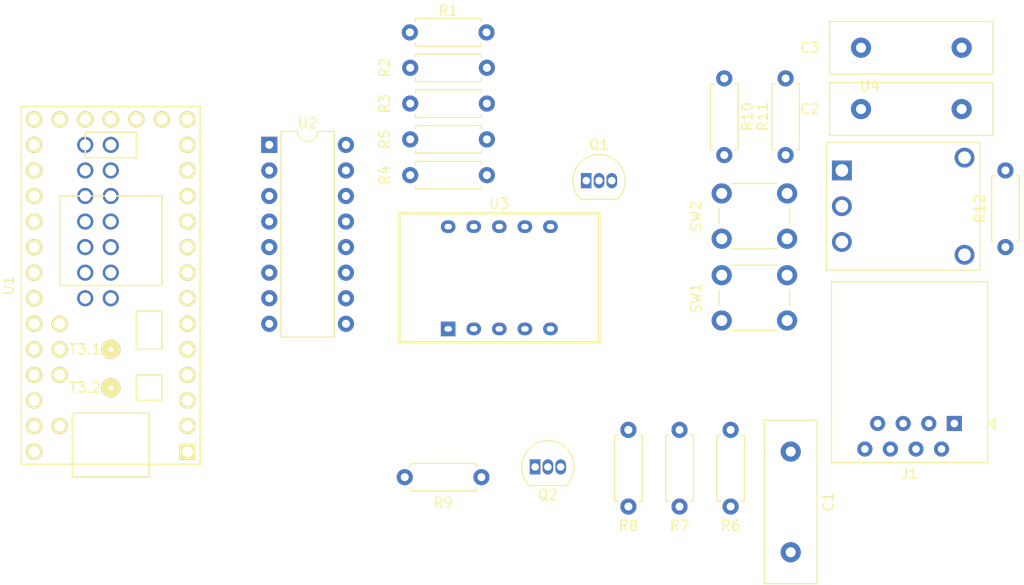
<source format=kicad_pcb>
(kicad_pcb (version 20171130) (host pcbnew 5.0.1)

  (general
    (thickness 1.6)
    (drawings 0)
    (tracks 0)
    (zones 0)
    (modules 24)
    (nets 68)
  )

  (page A4)
  (layers
    (0 F.Cu signal)
    (31 B.Cu signal)
    (32 B.Adhes user)
    (33 F.Adhes user)
    (34 B.Paste user)
    (35 F.Paste user)
    (36 B.SilkS user)
    (37 F.SilkS user)
    (38 B.Mask user)
    (39 F.Mask user)
    (40 Dwgs.User user)
    (41 Cmts.User user)
    (42 Eco1.User user)
    (43 Eco2.User user)
    (44 Edge.Cuts user)
    (45 Margin user)
    (46 B.CrtYd user)
    (47 F.CrtYd user)
    (48 B.Fab user)
    (49 F.Fab user)
  )

  (setup
    (last_trace_width 0.25)
    (trace_clearance 0.2)
    (zone_clearance 0.508)
    (zone_45_only no)
    (trace_min 0.2)
    (segment_width 0.2)
    (edge_width 0.15)
    (via_size 0.8)
    (via_drill 0.4)
    (via_min_size 0.4)
    (via_min_drill 0.3)
    (uvia_size 0.3)
    (uvia_drill 0.1)
    (uvias_allowed no)
    (uvia_min_size 0.2)
    (uvia_min_drill 0.1)
    (pcb_text_width 0.3)
    (pcb_text_size 1.5 1.5)
    (mod_edge_width 0.15)
    (mod_text_size 1 1)
    (mod_text_width 0.15)
    (pad_size 1.524 1.524)
    (pad_drill 0.762)
    (pad_to_mask_clearance 0.051)
    (solder_mask_min_width 0.25)
    (aux_axis_origin 0 0)
    (visible_elements FFFDFF7F)
    (pcbplotparams
      (layerselection 0x010fc_ffffffff)
      (usegerberextensions false)
      (usegerberattributes false)
      (usegerberadvancedattributes false)
      (creategerberjobfile false)
      (excludeedgelayer true)
      (linewidth 0.100000)
      (plotframeref false)
      (viasonmask false)
      (mode 1)
      (useauxorigin false)
      (hpglpennumber 1)
      (hpglpenspeed 20)
      (hpglpendiameter 15.000000)
      (psnegative false)
      (psa4output false)
      (plotreference true)
      (plotvalue true)
      (plotinvisibletext false)
      (padsonsilk false)
      (subtractmaskfromsilk false)
      (outputformat 1)
      (mirror false)
      (drillshape 1)
      (scaleselection 1)
      (outputdirectory ""))
  )

  (net 0 "")
  (net 1 14_A0_SCK0)
  (net 2 GND)
  (net 3 "Net-(J1-Pad4)")
  (net 4 "Net-(J1-Pad5)")
  (net 5 "Net-(J1-Pad6)")
  (net 6 "Net-(J1-Pad7)")
  (net 7 "Net-(J1-Pad8)")
  (net 8 "Net-(Q1-Pad2)")
  (net 9 "Net-(Q2-Pad3)")
  (net 10 "Net-(Q2-Pad2)")
  (net 11 8_TX3_MISO0)
  (net 12 f)
  (net 13 "Net-(R2-Pad1)")
  (net 14 "Net-(R3-Pad1)")
  (net 15 g)
  (net 16 b)
  (net 17 "Net-(R4-Pad1)")
  (net 18 a)
  (net 19 "Net-(R5-Pad1)")
  (net 20 d)
  (net 21 "Net-(R6-Pad2)")
  (net 22 e)
  (net 23 "Net-(R7-Pad2)")
  (net 24 "Net-(R8-Pad2)")
  (net 25 c)
  (net 26 7_RX3_MOSI0)
  (net 27 4_TX1_PWM_Touch)
  (net 28 3_RX1_PWM_Touch)
  (net 29 +3V3)
  (net 30 "Net-(U1-Pad39)")
  (net 31 "Net-(U1-Pad38)")
  (net 32 "Net-(U1-Pad1)")
  (net 33 "Net-(U1-Pad2)")
  (net 34 "Net-(U1-Pad3)")
  (net 35 "Net-(U1-Pad4)")
  (net 36 "Net-(U1-Pad7)")
  (net 37 6_RX3_CS1_PWM)
  (net 38 9_RX2_PWM)
  (net 39 10_TX2_CS0_PWM)
  (net 40 11_MOSI0)
  (net 41 "Net-(U1-Pad37)")
  (net 42 "Net-(U1-Pad36)")
  (net 43 "Net-(U1-Pad35)")
  (net 44 "Net-(U1-Pad34)")
  (net 45 +5V)
  (net 46 "Net-(U1-Pad30)")
  (net 47 "Net-(U1-Pad29)")
  (net 48 "Net-(U1-Pad28)")
  (net 49 "Net-(U1-Pad27)")
  (net 50 "Net-(U1-Pad26)")
  (net 51 "Net-(U1-Pad25)")
  (net 52 "Net-(U1-Pad24)")
  (net 53 "Net-(U1-Pad23)")
  (net 54 "Net-(U1-Pad22)")
  (net 55 12_MISO0)
  (net 56 "Net-(U1-Pad15)")
  (net 57 "Net-(U1-Pad16)")
  (net 58 "Net-(U1-Pad20)")
  (net 59 "Net-(U1-Pad19)")
  (net 60 "Net-(U1-Pad18)")
  (net 61 "Net-(U1-Pad17)")
  (net 62 "Net-(U3-Pad2)")
  (net 63 "Net-(U4-Pad5)")
  (net 64 Vo_Adjust)
  (net 65 1_Vi)
  (net 66 CC1)
  (net 67 CC2)

  (net_class Default "This is the default net class."
    (clearance 0.2)
    (trace_width 0.25)
    (via_dia 0.8)
    (via_drill 0.4)
    (uvia_dia 0.3)
    (uvia_drill 0.1)
    (add_net +3V3)
    (add_net +5V)
    (add_net 10_TX2_CS0_PWM)
    (add_net 11_MOSI0)
    (add_net 12_MISO0)
    (add_net 14_A0_SCK0)
    (add_net 1_Vi)
    (add_net 3_RX1_PWM_Touch)
    (add_net 4_TX1_PWM_Touch)
    (add_net 6_RX3_CS1_PWM)
    (add_net 7_RX3_MOSI0)
    (add_net 8_TX3_MISO0)
    (add_net 9_RX2_PWM)
    (add_net CC1)
    (add_net CC2)
    (add_net GND)
    (add_net "Net-(J1-Pad4)")
    (add_net "Net-(J1-Pad5)")
    (add_net "Net-(J1-Pad6)")
    (add_net "Net-(J1-Pad7)")
    (add_net "Net-(J1-Pad8)")
    (add_net "Net-(Q1-Pad2)")
    (add_net "Net-(Q2-Pad2)")
    (add_net "Net-(Q2-Pad3)")
    (add_net "Net-(R2-Pad1)")
    (add_net "Net-(R3-Pad1)")
    (add_net "Net-(R4-Pad1)")
    (add_net "Net-(R5-Pad1)")
    (add_net "Net-(R6-Pad2)")
    (add_net "Net-(R7-Pad2)")
    (add_net "Net-(R8-Pad2)")
    (add_net "Net-(U1-Pad1)")
    (add_net "Net-(U1-Pad15)")
    (add_net "Net-(U1-Pad16)")
    (add_net "Net-(U1-Pad17)")
    (add_net "Net-(U1-Pad18)")
    (add_net "Net-(U1-Pad19)")
    (add_net "Net-(U1-Pad2)")
    (add_net "Net-(U1-Pad20)")
    (add_net "Net-(U1-Pad22)")
    (add_net "Net-(U1-Pad23)")
    (add_net "Net-(U1-Pad24)")
    (add_net "Net-(U1-Pad25)")
    (add_net "Net-(U1-Pad26)")
    (add_net "Net-(U1-Pad27)")
    (add_net "Net-(U1-Pad28)")
    (add_net "Net-(U1-Pad29)")
    (add_net "Net-(U1-Pad3)")
    (add_net "Net-(U1-Pad30)")
    (add_net "Net-(U1-Pad34)")
    (add_net "Net-(U1-Pad35)")
    (add_net "Net-(U1-Pad36)")
    (add_net "Net-(U1-Pad37)")
    (add_net "Net-(U1-Pad38)")
    (add_net "Net-(U1-Pad39)")
    (add_net "Net-(U1-Pad4)")
    (add_net "Net-(U1-Pad7)")
    (add_net "Net-(U3-Pad2)")
    (add_net "Net-(U4-Pad5)")
    (add_net Vo_Adjust)
    (add_net a)
    (add_net b)
    (add_net c)
    (add_net d)
    (add_net e)
    (add_net f)
    (add_net g)
  )

  (module Teensy:Teensy30_31_32_LC (layer F.Cu) (tedit 5A29202F) (tstamp 5C6ADF6A)
    (at 147.828 147.574 90)
    (path /5C11D0E5)
    (fp_text reference U1 (at 0 -10.16 90) (layer F.SilkS)
      (effects (font (size 1 1) (thickness 0.15)))
    )
    (fp_text value Teensy-LC (at 0 10.16 90) (layer F.Fab)
      (effects (font (size 1 1) (thickness 0.15)))
    )
    (fp_text user T3.2 (at -10.16 -2.54 180) (layer F.SilkS)
      (effects (font (size 1 1) (thickness 0.15)))
    )
    (fp_text user T3.1 (at -6.35 -2.54 180) (layer F.SilkS)
      (effects (font (size 1 1) (thickness 0.15)))
    )
    (fp_line (start -17.78 3.81) (end -19.05 3.81) (layer F.SilkS) (width 0.15))
    (fp_line (start -19.05 3.81) (end -19.05 -3.81) (layer F.SilkS) (width 0.15))
    (fp_line (start -19.05 -3.81) (end -17.78 -3.81) (layer F.SilkS) (width 0.15))
    (fp_line (start -6.35 5.08) (end -2.54 5.08) (layer F.SilkS) (width 0.15))
    (fp_line (start -2.54 5.08) (end -2.54 2.54) (layer F.SilkS) (width 0.15))
    (fp_line (start -2.54 2.54) (end -6.35 2.54) (layer F.SilkS) (width 0.15))
    (fp_line (start -6.35 2.54) (end -6.35 5.08) (layer F.SilkS) (width 0.15))
    (fp_line (start -12.7 3.81) (end -12.7 -3.81) (layer F.SilkS) (width 0.15))
    (fp_line (start -12.7 -3.81) (end -17.78 -3.81) (layer F.SilkS) (width 0.15))
    (fp_line (start -12.7 3.81) (end -17.78 3.81) (layer F.SilkS) (width 0.15))
    (fp_line (start -11.43 5.08) (end -8.89 5.08) (layer F.SilkS) (width 0.15))
    (fp_line (start -8.89 5.08) (end -8.89 2.54) (layer F.SilkS) (width 0.15))
    (fp_line (start -8.89 2.54) (end -11.43 2.54) (layer F.SilkS) (width 0.15))
    (fp_line (start -11.43 2.54) (end -11.43 5.08) (layer F.SilkS) (width 0.15))
    (fp_line (start 15.24 -2.54) (end 15.24 2.54) (layer F.SilkS) (width 0.15))
    (fp_line (start 15.24 2.54) (end 12.7 2.54) (layer F.SilkS) (width 0.15))
    (fp_line (start 12.7 2.54) (end 12.7 -2.54) (layer F.SilkS) (width 0.15))
    (fp_line (start 12.7 -2.54) (end 15.24 -2.54) (layer F.SilkS) (width 0.15))
    (fp_line (start 8.89 5.08) (end 8.89 -5.08) (layer F.SilkS) (width 0.15))
    (fp_line (start 0 -5.08) (end 0 5.08) (layer F.SilkS) (width 0.15))
    (fp_line (start 8.89 -5.08) (end 0 -5.08) (layer F.SilkS) (width 0.15))
    (fp_line (start 8.89 5.08) (end 0 5.08) (layer F.SilkS) (width 0.15))
    (fp_line (start -17.78 -8.89) (end 17.78 -8.89) (layer F.SilkS) (width 0.15))
    (fp_line (start 17.78 -8.89) (end 17.78 8.89) (layer F.SilkS) (width 0.15))
    (fp_line (start 17.78 8.89) (end -17.78 8.89) (layer F.SilkS) (width 0.15))
    (fp_line (start -17.78 8.89) (end -17.78 -8.89) (layer F.SilkS) (width 0.15))
    (pad 17 thru_hole circle (at 16.51 0 90) (size 1.6 1.6) (drill 1.1) (layers *.Cu *.Mask F.SilkS)
      (net 61 "Net-(U1-Pad17)"))
    (pad 18 thru_hole circle (at 16.51 -2.54 90) (size 1.6 1.6) (drill 1.1) (layers *.Cu *.Mask F.SilkS)
      (net 60 "Net-(U1-Pad18)"))
    (pad 19 thru_hole circle (at 16.51 -5.08 90) (size 1.6 1.6) (drill 1.1) (layers *.Cu *.Mask F.SilkS)
      (net 59 "Net-(U1-Pad19)"))
    (pad 20 thru_hole circle (at 16.51 -7.62 90) (size 1.6 1.6) (drill 1.1) (layers *.Cu *.Mask F.SilkS)
      (net 58 "Net-(U1-Pad20)"))
    (pad 16 thru_hole circle (at 16.51 2.54 90) (size 1.6 1.6) (drill 1.1) (layers *.Cu *.Mask F.SilkS)
      (net 57 "Net-(U1-Pad16)"))
    (pad 15 thru_hole circle (at 16.51 5.08 90) (size 1.6 1.6) (drill 1.1) (layers *.Cu *.Mask F.SilkS)
      (net 56 "Net-(U1-Pad15)"))
    (pad 14 thru_hole circle (at 16.51 7.62 90) (size 1.6 1.6) (drill 1.1) (layers *.Cu *.Mask F.SilkS)
      (net 55 12_MISO0))
    (pad 21 thru_hole circle (at 13.97 -7.62 90) (size 1.6 1.6) (drill 1.1) (layers *.Cu *.Mask F.SilkS)
      (net 1 14_A0_SCK0))
    (pad 22 thru_hole circle (at 11.43 -7.62 90) (size 1.6 1.6) (drill 1.1) (layers *.Cu *.Mask F.SilkS)
      (net 54 "Net-(U1-Pad22)"))
    (pad 23 thru_hole circle (at 8.89 -7.62 90) (size 1.6 1.6) (drill 1.1) (layers *.Cu *.Mask F.SilkS)
      (net 53 "Net-(U1-Pad23)"))
    (pad 24 thru_hole circle (at 6.35 -7.62 90) (size 1.6 1.6) (drill 1.1) (layers *.Cu *.Mask F.SilkS)
      (net 52 "Net-(U1-Pad24)"))
    (pad 25 thru_hole circle (at 3.81 -7.62 90) (size 1.6 1.6) (drill 1.1) (layers *.Cu *.Mask F.SilkS)
      (net 51 "Net-(U1-Pad25)"))
    (pad 26 thru_hole circle (at 1.27 -7.62 90) (size 1.6 1.6) (drill 1.1) (layers *.Cu *.Mask F.SilkS)
      (net 50 "Net-(U1-Pad26)"))
    (pad 27 thru_hole circle (at -1.27 -7.62 90) (size 1.6 1.6) (drill 1.1) (layers *.Cu *.Mask F.SilkS)
      (net 49 "Net-(U1-Pad27)"))
    (pad 28 thru_hole circle (at -3.81 -7.62 90) (size 1.6 1.6) (drill 1.1) (layers *.Cu *.Mask F.SilkS)
      (net 48 "Net-(U1-Pad28)"))
    (pad 29 thru_hole circle (at -6.35 -7.62 90) (size 1.6 1.6) (drill 1.1) (layers *.Cu *.Mask F.SilkS)
      (net 47 "Net-(U1-Pad29)"))
    (pad 30 thru_hole circle (at -8.89 -7.62 90) (size 1.6 1.6) (drill 1.1) (layers *.Cu *.Mask F.SilkS)
      (net 46 "Net-(U1-Pad30)"))
    (pad 31 thru_hole circle (at -11.43 -7.62 90) (size 1.6 1.6) (drill 1.1) (layers *.Cu *.Mask F.SilkS)
      (net 29 +3V3))
    (pad 32 thru_hole circle (at -13.97 -7.62 90) (size 1.6 1.6) (drill 1.1) (layers *.Cu *.Mask F.SilkS)
      (net 2 GND))
    (pad 33 thru_hole circle (at -16.51 -7.62 90) (size 1.6 1.6) (drill 1.1) (layers *.Cu *.Mask F.SilkS)
      (net 45 +5V))
    (pad 34 thru_hole circle (at -13.97 -5.08 90) (size 1.6 1.6) (drill 1.1) (layers *.Cu *.Mask F.SilkS)
      (net 44 "Net-(U1-Pad34)"))
    (pad 35 thru_hole circle (at -8.89 -5.08 90) (size 1.6 1.6) (drill 1.1) (layers *.Cu *.Mask F.SilkS)
      (net 43 "Net-(U1-Pad35)"))
    (pad 36 thru_hole circle (at -6.35 -5.08 90) (size 1.6 1.6) (drill 1.1) (layers *.Cu *.Mask F.SilkS)
      (net 42 "Net-(U1-Pad36)"))
    (pad 37 thru_hole circle (at -3.81 -5.08 90) (size 1.6 1.6) (drill 1.1) (layers *.Cu *.Mask F.SilkS)
      (net 41 "Net-(U1-Pad37)"))
    (pad 13 thru_hole circle (at 13.97 7.62 90) (size 1.6 1.6) (drill 1.1) (layers *.Cu *.Mask F.SilkS)
      (net 40 11_MOSI0))
    (pad 12 thru_hole circle (at 11.43 7.62 90) (size 1.6 1.6) (drill 1.1) (layers *.Cu *.Mask F.SilkS)
      (net 39 10_TX2_CS0_PWM))
    (pad 11 thru_hole circle (at 8.89 7.62 90) (size 1.6 1.6) (drill 1.1) (layers *.Cu *.Mask F.SilkS)
      (net 38 9_RX2_PWM))
    (pad 10 thru_hole circle (at 6.35 7.62 90) (size 1.6 1.6) (drill 1.1) (layers *.Cu *.Mask F.SilkS)
      (net 11 8_TX3_MISO0))
    (pad 9 thru_hole circle (at 3.81 7.62 90) (size 1.6 1.6) (drill 1.1) (layers *.Cu *.Mask F.SilkS)
      (net 26 7_RX3_MOSI0))
    (pad 8 thru_hole circle (at 1.27 7.62 90) (size 1.6 1.6) (drill 1.1) (layers *.Cu *.Mask F.SilkS)
      (net 37 6_RX3_CS1_PWM))
    (pad 7 thru_hole circle (at -1.27 7.62 90) (size 1.6 1.6) (drill 1.1) (layers *.Cu *.Mask F.SilkS)
      (net 36 "Net-(U1-Pad7)"))
    (pad 6 thru_hole circle (at -3.81 7.62 90) (size 1.6 1.6) (drill 1.1) (layers *.Cu *.Mask F.SilkS)
      (net 27 4_TX1_PWM_Touch))
    (pad 5 thru_hole circle (at -6.35 7.62 90) (size 1.6 1.6) (drill 1.1) (layers *.Cu *.Mask F.SilkS)
      (net 28 3_RX1_PWM_Touch))
    (pad 4 thru_hole circle (at -8.89 7.62 90) (size 1.6 1.6) (drill 1.1) (layers *.Cu *.Mask F.SilkS)
      (net 35 "Net-(U1-Pad4)"))
    (pad 3 thru_hole circle (at -11.43 7.62 90) (size 1.6 1.6) (drill 1.1) (layers *.Cu *.Mask F.SilkS)
      (net 34 "Net-(U1-Pad3)"))
    (pad 2 thru_hole circle (at -13.97 7.62 90) (size 1.6 1.6) (drill 1.1) (layers *.Cu *.Mask F.SilkS)
      (net 33 "Net-(U1-Pad2)"))
    (pad 1 thru_hole rect (at -16.51 7.62 90) (size 1.6 1.6) (drill 1.1) (layers *.Cu *.Mask F.SilkS)
      (net 32 "Net-(U1-Pad1)"))
    (pad 38 thru_hole circle (at -1.27 0 90) (size 1.6 1.6) (drill 1.1) (layers *.Cu *.Mask)
      (net 31 "Net-(U1-Pad38)"))
    (pad 39 thru_hole circle (at 1.27 0 90) (size 1.6 1.6) (drill 1.1) (layers *.Cu *.Mask)
      (net 30 "Net-(U1-Pad39)"))
    (pad 40 thru_hole circle (at 3.81 0 90) (size 1.6 1.6) (drill 1.1) (layers *.Cu *.Mask))
    (pad 41 thru_hole circle (at 6.35 0 90) (size 1.6 1.6) (drill 1.1) (layers *.Cu *.Mask))
    (pad 42 thru_hole circle (at 8.89 0 90) (size 1.6 1.6) (drill 1.1) (layers *.Cu *.Mask))
    (pad 43 thru_hole circle (at 11.43 0 90) (size 1.6 1.6) (drill 1.1) (layers *.Cu *.Mask))
    (pad 44 thru_hole circle (at 13.97 0 90) (size 1.6 1.6) (drill 1.1) (layers *.Cu *.Mask))
    (pad 45 thru_hole circle (at 13.97 -2.54 90) (size 1.6 1.6) (drill 1.1) (layers *.Cu *.Mask))
    (pad 46 thru_hole circle (at 11.43 -2.54 90) (size 1.6 1.6) (drill 1.1) (layers *.Cu *.Mask))
    (pad 47 thru_hole circle (at 8.89 -2.54 90) (size 1.6 1.6) (drill 1.1) (layers *.Cu *.Mask))
    (pad 48 thru_hole circle (at 6.35 -2.54 90) (size 1.6 1.6) (drill 1.1) (layers *.Cu *.Mask))
    (pad 49 thru_hole circle (at 3.81 -2.54 90) (size 1.6 1.6) (drill 1.1) (layers *.Cu *.Mask))
    (pad 50 thru_hole circle (at 1.27 -2.54 90) (size 1.6 1.6) (drill 1.1) (layers *.Cu *.Mask))
    (pad 51 thru_hole circle (at -1.27 -2.54 90) (size 1.6 1.6) (drill 1.1) (layers *.Cu *.Mask))
    (pad 52 thru_hole circle (at -6.35 0 90) (size 1.9 1.9) (drill 0.5) (layers *.Cu *.Mask F.SilkS))
    (pad 52 thru_hole circle (at -10.16 0 90) (size 1.9 1.9) (drill 0.5) (layers *.Cu *.Mask F.SilkS))
  )

  (module Package_TO_SOT_THT:TO-92_Inline (layer F.Cu) (tedit 5A1DD157) (tstamp 5C6ADDB1)
    (at 195.072 137.16)
    (descr "TO-92 leads in-line, narrow, oval pads, drill 0.75mm (see NXP sot054_po.pdf)")
    (tags "to-92 sc-43 sc-43a sot54 PA33 transistor")
    (path /5C130788)
    (fp_text reference Q1 (at 1.27 -3.56) (layer F.SilkS)
      (effects (font (size 1 1) (thickness 0.15)))
    )
    (fp_text value 2N3904 (at 1.27 2.79) (layer F.Fab)
      (effects (font (size 1 1) (thickness 0.15)))
    )
    (fp_arc (start 1.27 0) (end 1.27 -2.6) (angle 135) (layer F.SilkS) (width 0.12))
    (fp_arc (start 1.27 0) (end 1.27 -2.48) (angle -135) (layer F.Fab) (width 0.1))
    (fp_arc (start 1.27 0) (end 1.27 -2.6) (angle -135) (layer F.SilkS) (width 0.12))
    (fp_arc (start 1.27 0) (end 1.27 -2.48) (angle 135) (layer F.Fab) (width 0.1))
    (fp_line (start 4 2.01) (end -1.46 2.01) (layer F.CrtYd) (width 0.05))
    (fp_line (start 4 2.01) (end 4 -2.73) (layer F.CrtYd) (width 0.05))
    (fp_line (start -1.46 -2.73) (end -1.46 2.01) (layer F.CrtYd) (width 0.05))
    (fp_line (start -1.46 -2.73) (end 4 -2.73) (layer F.CrtYd) (width 0.05))
    (fp_line (start -0.5 1.75) (end 3 1.75) (layer F.Fab) (width 0.1))
    (fp_line (start -0.53 1.85) (end 3.07 1.85) (layer F.SilkS) (width 0.12))
    (fp_text user %R (at 1.27 -3.56) (layer F.Fab)
      (effects (font (size 1 1) (thickness 0.15)))
    )
    (pad 1 thru_hole rect (at 0 0) (size 1.05 1.5) (drill 0.75) (layers *.Cu *.Mask)
      (net 2 GND))
    (pad 3 thru_hole oval (at 2.54 0) (size 1.05 1.5) (drill 0.75) (layers *.Cu *.Mask)
      (net 66 CC1))
    (pad 2 thru_hole oval (at 1.27 0) (size 1.05 1.5) (drill 0.75) (layers *.Cu *.Mask)
      (net 8 "Net-(Q1-Pad2)"))
    (model ${KISYS3DMOD}/Package_TO_SOT_THT.3dshapes/TO-92_Inline.wrl
      (at (xyz 0 0 0))
      (scale (xyz 1 1 1))
      (rotate (xyz 0 0 0))
    )
  )

  (module Package_DIP:DIP-16_W7.62mm (layer F.Cu) (tedit 5A02E8C5) (tstamp 5C6ADF8E)
    (at 163.576 133.604)
    (descr "16-lead though-hole mounted DIP package, row spacing 7.62 mm (300 mils)")
    (tags "THT DIP DIL PDIP 2.54mm 7.62mm 300mil")
    (path /5C11CA7E)
    (fp_text reference U2 (at 3.81 -2.159) (layer F.SilkS)
      (effects (font (size 1 1) (thickness 0.15)))
    )
    (fp_text value CD4511BE (at 3.81 20.11) (layer F.Fab)
      (effects (font (size 1 1) (thickness 0.15)))
    )
    (fp_text user %R (at 3.81 8.89) (layer F.Fab)
      (effects (font (size 1 1) (thickness 0.15)))
    )
    (fp_line (start 8.7 -1.55) (end -1.1 -1.55) (layer F.CrtYd) (width 0.05))
    (fp_line (start 8.7 19.3) (end 8.7 -1.55) (layer F.CrtYd) (width 0.05))
    (fp_line (start -1.1 19.3) (end 8.7 19.3) (layer F.CrtYd) (width 0.05))
    (fp_line (start -1.1 -1.55) (end -1.1 19.3) (layer F.CrtYd) (width 0.05))
    (fp_line (start 6.46 -1.33) (end 4.81 -1.33) (layer F.SilkS) (width 0.12))
    (fp_line (start 6.46 19.11) (end 6.46 -1.33) (layer F.SilkS) (width 0.12))
    (fp_line (start 1.16 19.11) (end 6.46 19.11) (layer F.SilkS) (width 0.12))
    (fp_line (start 1.16 -1.33) (end 1.16 19.11) (layer F.SilkS) (width 0.12))
    (fp_line (start 2.81 -1.33) (end 1.16 -1.33) (layer F.SilkS) (width 0.12))
    (fp_line (start 0.635 -0.27) (end 1.635 -1.27) (layer F.Fab) (width 0.1))
    (fp_line (start 0.635 19.05) (end 0.635 -0.27) (layer F.Fab) (width 0.1))
    (fp_line (start 6.985 19.05) (end 0.635 19.05) (layer F.Fab) (width 0.1))
    (fp_line (start 6.985 -1.27) (end 6.985 19.05) (layer F.Fab) (width 0.1))
    (fp_line (start 1.635 -1.27) (end 6.985 -1.27) (layer F.Fab) (width 0.1))
    (fp_arc (start 3.81 -1.33) (end 2.81 -1.33) (angle -180) (layer F.SilkS) (width 0.12))
    (pad 16 thru_hole oval (at 7.62 0) (size 1.6 1.6) (drill 0.8) (layers *.Cu *.Mask)
      (net 45 +5V))
    (pad 8 thru_hole oval (at 0 17.78) (size 1.6 1.6) (drill 0.8) (layers *.Cu *.Mask)
      (net 2 GND))
    (pad 15 thru_hole oval (at 7.62 2.54) (size 1.6 1.6) (drill 0.8) (layers *.Cu *.Mask)
      (net 12 f))
    (pad 7 thru_hole oval (at 0 15.24) (size 1.6 1.6) (drill 0.8) (layers *.Cu *.Mask)
      (net 26 7_RX3_MOSI0))
    (pad 14 thru_hole oval (at 7.62 5.08) (size 1.6 1.6) (drill 0.8) (layers *.Cu *.Mask)
      (net 15 g))
    (pad 6 thru_hole oval (at 0 12.7) (size 1.6 1.6) (drill 0.8) (layers *.Cu *.Mask)
      (net 11 8_TX3_MISO0))
    (pad 13 thru_hole oval (at 7.62 7.62) (size 1.6 1.6) (drill 0.8) (layers *.Cu *.Mask)
      (net 18 a))
    (pad 5 thru_hole oval (at 0 10.16) (size 1.6 1.6) (drill 0.8) (layers *.Cu *.Mask)
      (net 38 9_RX2_PWM))
    (pad 12 thru_hole oval (at 7.62 10.16) (size 1.6 1.6) (drill 0.8) (layers *.Cu *.Mask)
      (net 16 b))
    (pad 4 thru_hole oval (at 0 7.62) (size 1.6 1.6) (drill 0.8) (layers *.Cu *.Mask)
      (net 45 +5V))
    (pad 11 thru_hole oval (at 7.62 12.7) (size 1.6 1.6) (drill 0.8) (layers *.Cu *.Mask)
      (net 25 c))
    (pad 3 thru_hole oval (at 0 5.08) (size 1.6 1.6) (drill 0.8) (layers *.Cu *.Mask)
      (net 45 +5V))
    (pad 10 thru_hole oval (at 7.62 15.24) (size 1.6 1.6) (drill 0.8) (layers *.Cu *.Mask)
      (net 20 d))
    (pad 2 thru_hole oval (at 0 2.54) (size 1.6 1.6) (drill 0.8) (layers *.Cu *.Mask)
      (net 39 10_TX2_CS0_PWM))
    (pad 9 thru_hole oval (at 7.62 17.78) (size 1.6 1.6) (drill 0.8) (layers *.Cu *.Mask)
      (net 22 e))
    (pad 1 thru_hole rect (at 0 0) (size 1.6 1.6) (drill 0.8) (layers *.Cu *.Mask)
      (net 40 11_MOSI0))
    (model ${KISYS3DMOD}/Package_DIP.3dshapes/DIP-16_W7.62mm.wrl
      (at (xyz 0 0 0))
      (scale (xyz 1 1 1))
      (rotate (xyz 0 0 0))
    )
  )

  (module PTH08080WAD:PTH08080WAD (layer F.Cu) (tedit 5C157757) (tstamp 5C6ADFC3)
    (at 226.568 139.7)
    (path /5C15259A)
    (fp_text reference U4 (at -3.302 -11.938) (layer F.SilkS)
      (effects (font (size 1 1) (thickness 0.15)))
    )
    (fp_text value PTH08080WAD (at 6.604 -10.414) (layer F.Fab)
      (effects (font (size 1 1) (thickness 0.15)))
    )
    (fp_line (start 7.62 -6.35) (end -7.62 -6.35) (layer F.SilkS) (width 0.1016))
    (fp_line (start 7.62 6.35) (end -7.62 6.35) (layer F.SilkS) (width 0.1016))
    (fp_line (start 7.62 6.35) (end 7.62 -6.35) (layer F.SilkS) (width 0.1016))
    (fp_line (start -7.62 6.35) (end -7.62 -6.35) (layer F.SilkS) (width 0.1016))
    (fp_line (start -7.62 6.35) (end -7.62 -6.35) (layer F.Fab) (width 0.1016))
    (fp_line (start 7.62 6.35) (end 7.62 -6.35) (layer F.Fab) (width 0.1016))
    (fp_line (start -7.62 6.35) (end 7.62 6.35) (layer F.Fab) (width 0.1016))
    (fp_line (start -7.62 -6.35) (end 7.62 -6.35) (layer F.Fab) (width 0.1016))
    (pad 5 thru_hole circle (at 6.096 -4.826) (size 1.96596 1.96596) (drill 1.26492) (layers *.Cu *.Mask)
      (net 63 "Net-(U4-Pad5)"))
    (pad 4 thru_hole circle (at 6.096 4.826) (size 1.96596 1.96596) (drill 1.26492) (layers *.Cu *.Mask)
      (net 64 Vo_Adjust))
    (pad 3 thru_hole circle (at -6.096 3.556) (size 1.96596 1.96596) (drill 1.26492) (layers *.Cu *.Mask)
      (net 45 +5V))
    (pad 2 thru_hole circle (at -6.096 0) (size 1.96596 1.96596) (drill 1.26492) (layers *.Cu *.Mask)
      (net 2 GND))
    (pad 1 thru_hole rect (at -6.096 -3.556) (size 1.96596 1.96596) (drill 1.26492) (layers *.Cu *.Mask)
      (net 65 1_Vi))
  )

  (module LTD4708JR:LTD4708JR (layer F.Cu) (tedit 5C1576BE) (tstamp 5C6ADFB1)
    (at 186.436 146.812)
    (path /5C11D719)
    (fp_text reference U3 (at 0 -7.366) (layer F.SilkS)
      (effects (font (size 1 1) (thickness 0.15)))
    )
    (fp_text value LTD4708JR (at 0 7.62) (layer F.Fab)
      (effects (font (size 1 1) (thickness 0.15)))
    )
    (fp_line (start -9.93 6.4) (end 9.93 6.4) (layer F.SilkS) (width 0.25))
    (fp_line (start -9.93 -6.4) (end 9.93 -6.4) (layer F.SilkS) (width 0.25))
    (fp_line (start 9.93 -6.4) (end 9.93 6.4) (layer F.SilkS) (width 0.25))
    (fp_line (start -9.93 -6.4) (end -9.93 6.4) (layer F.SilkS) (width 0.25))
    (fp_circle (center 8.638 5) (end 8.938 5) (layer F.Fab) (width 0.6))
    (fp_circle (center -1.522 5) (end -1.222 5) (layer F.Fab) (width 0.6))
    (fp_line (start 9.122 -5) (end 7.038 5) (layer F.Fab) (width 0.85))
    (fp_line (start 1.038 5) (end 7.038 5) (layer F.Fab) (width 0.85))
    (fp_line (start 1.038 5) (end 3.122 -5) (layer F.Fab) (width 0.85))
    (fp_line (start 9.122 -5) (end 3.122 -5) (layer F.Fab) (width 0.85))
    (fp_line (start 2.08 0) (end 8.08 0) (layer F.Fab) (width 0.85))
    (fp_line (start -9.122 5) (end -7.038 -5) (layer F.Fab) (width 0.85))
    (fp_line (start -9.122 5) (end -3.122 5) (layer F.Fab) (width 0.85))
    (fp_line (start -1.038 -5) (end -3.122 5) (layer F.Fab) (width 0.85))
    (fp_line (start -7.038 -5) (end -1.038 -5) (layer F.Fab) (width 0.85))
    (fp_line (start -8.08 0) (end -2.08 0) (layer F.Fab) (width 0.85))
    (fp_line (start -9.93 6.4) (end 9.93 6.4) (layer F.Fab) (width 0.15))
    (fp_line (start -9.93 -6.4) (end 9.93 -6.4) (layer F.Fab) (width 0.15))
    (fp_line (start 9.93 -6.4) (end 9.93 6.4) (layer F.Fab) (width 0.15))
    (fp_line (start -9.93 -6.4) (end -9.93 6.4) (layer F.Fab) (width 0.15))
    (pad 10 thru_hole oval (at -5.08 -5.08) (size 1.45 1.25) (drill oval 0.75 0.55) (layers *.Cu *.Mask)
      (net 17 "Net-(R4-Pad1)"))
    (pad 9 thru_hole oval (at -2.54 -5.08) (size 1.45 1.25) (drill oval 0.75 0.55) (layers *.Cu *.Mask)
      (net 66 CC1))
    (pad 8 thru_hole oval (at 0 -5.08) (size 1.45 1.25) (drill oval 0.75 0.55) (layers *.Cu *.Mask)
      (net 19 "Net-(R5-Pad1)"))
    (pad 7 thru_hole oval (at 2.54 -5.08) (size 1.45 1.25) (drill oval 0.75 0.55) (layers *.Cu *.Mask)
      (net 14 "Net-(R3-Pad1)"))
    (pad 6 thru_hole oval (at 5.08 -5.08) (size 1.45 1.25) (drill oval 0.75 0.55) (layers *.Cu *.Mask)
      (net 13 "Net-(R2-Pad1)"))
    (pad 5 thru_hole oval (at 5.08 5.08) (size 1.45 1.25) (drill oval 0.75 0.55) (layers *.Cu *.Mask)
      (net 21 "Net-(R6-Pad2)"))
    (pad 4 thru_hole oval (at 2.54 5.08) (size 1.45 1.25) (drill oval 0.75 0.55) (layers *.Cu *.Mask)
      (net 67 CC2))
    (pad 3 thru_hole oval (at 0 5.08) (size 1.45 1.25) (drill oval 0.75 0.55) (layers *.Cu *.Mask)
      (net 23 "Net-(R7-Pad2)"))
    (pad 2 thru_hole oval (at -2.54 5.08) (size 1.45 1.25) (drill oval 0.75 0.55) (layers *.Cu *.Mask)
      (net 62 "Net-(U3-Pad2)"))
    (pad 1 thru_hole rect (at -5.08 5.08) (size 1.45 1.45) (drill oval 0.75 0.55) (layers *.Cu *.Mask)
      (net 24 "Net-(R8-Pad2)"))
  )

  (module Capacitor_THT:C_Disc_D16.0mm_W5.0mm_P10.00mm (layer F.Cu) (tedit 5AE50EF0) (tstamp 5C6ADD5A)
    (at 215.392 164.084 270)
    (descr "C, Disc series, Radial, pin pitch=10.00mm, , diameter*width=16.0*5.0mm^2, Capacitor, http://www.vishay.com/docs/28535/vy2series.pdf")
    (tags "C Disc series Radial pin pitch 10.00mm  diameter 16.0mm width 5.0mm Capacitor")
    (path /5C16F507)
    (fp_text reference C1 (at 5 -3.75 270) (layer F.SilkS)
      (effects (font (size 1 1) (thickness 0.15)))
    )
    (fp_text value C (at 5 3.75 270) (layer F.Fab)
      (effects (font (size 1 1) (thickness 0.15)))
    )
    (fp_line (start -3 -2.5) (end -3 2.5) (layer F.Fab) (width 0.1))
    (fp_line (start -3 2.5) (end 13 2.5) (layer F.Fab) (width 0.1))
    (fp_line (start 13 2.5) (end 13 -2.5) (layer F.Fab) (width 0.1))
    (fp_line (start 13 -2.5) (end -3 -2.5) (layer F.Fab) (width 0.1))
    (fp_line (start -3.12 -2.62) (end 13.12 -2.62) (layer F.SilkS) (width 0.12))
    (fp_line (start -3.12 2.62) (end 13.12 2.62) (layer F.SilkS) (width 0.12))
    (fp_line (start -3.12 -2.62) (end -3.12 2.62) (layer F.SilkS) (width 0.12))
    (fp_line (start 13.12 -2.62) (end 13.12 2.62) (layer F.SilkS) (width 0.12))
    (fp_line (start -3.25 -2.75) (end -3.25 2.75) (layer F.CrtYd) (width 0.05))
    (fp_line (start -3.25 2.75) (end 13.25 2.75) (layer F.CrtYd) (width 0.05))
    (fp_line (start 13.25 2.75) (end 13.25 -2.75) (layer F.CrtYd) (width 0.05))
    (fp_line (start 13.25 -2.75) (end -3.25 -2.75) (layer F.CrtYd) (width 0.05))
    (fp_text user %R (at 5 0 270) (layer F.Fab)
      (effects (font (size 1 1) (thickness 0.15)))
    )
    (pad 1 thru_hole circle (at 0 0 270) (size 2 2) (drill 1) (layers *.Cu *.Mask)
      (net 1 14_A0_SCK0))
    (pad 2 thru_hole circle (at 10 0 270) (size 2 2) (drill 1) (layers *.Cu *.Mask)
      (net 2 GND))
    (model ${KISYS3DMOD}/Capacitor_THT.3dshapes/C_Disc_D16.0mm_W5.0mm_P10.00mm.wrl
      (at (xyz 0 0 0))
      (scale (xyz 1 1 1))
      (rotate (xyz 0 0 0))
    )
  )

  (module Capacitor_THT:C_Disc_D16.0mm_W5.0mm_P10.00mm (layer F.Cu) (tedit 5AE50EF0) (tstamp 5C6ADD6D)
    (at 222.377 130.048)
    (descr "C, Disc series, Radial, pin pitch=10.00mm, , diameter*width=16.0*5.0mm^2, Capacitor, http://www.vishay.com/docs/28535/vy2series.pdf")
    (tags "C Disc series Radial pin pitch 10.00mm  diameter 16.0mm width 5.0mm Capacitor")
    (path /5C15E31C)
    (fp_text reference C2 (at -5.08 0) (layer F.SilkS)
      (effects (font (size 1 1) (thickness 0.15)))
    )
    (fp_text value C (at 5 3.75) (layer F.Fab)
      (effects (font (size 1 1) (thickness 0.15)))
    )
    (fp_text user %R (at 5 0) (layer F.Fab)
      (effects (font (size 1 1) (thickness 0.15)))
    )
    (fp_line (start 13.25 -2.75) (end -3.25 -2.75) (layer F.CrtYd) (width 0.05))
    (fp_line (start 13.25 2.75) (end 13.25 -2.75) (layer F.CrtYd) (width 0.05))
    (fp_line (start -3.25 2.75) (end 13.25 2.75) (layer F.CrtYd) (width 0.05))
    (fp_line (start -3.25 -2.75) (end -3.25 2.75) (layer F.CrtYd) (width 0.05))
    (fp_line (start 13.12 -2.62) (end 13.12 2.62) (layer F.SilkS) (width 0.12))
    (fp_line (start -3.12 -2.62) (end -3.12 2.62) (layer F.SilkS) (width 0.12))
    (fp_line (start -3.12 2.62) (end 13.12 2.62) (layer F.SilkS) (width 0.12))
    (fp_line (start -3.12 -2.62) (end 13.12 -2.62) (layer F.SilkS) (width 0.12))
    (fp_line (start 13 -2.5) (end -3 -2.5) (layer F.Fab) (width 0.1))
    (fp_line (start 13 2.5) (end 13 -2.5) (layer F.Fab) (width 0.1))
    (fp_line (start -3 2.5) (end 13 2.5) (layer F.Fab) (width 0.1))
    (fp_line (start -3 -2.5) (end -3 2.5) (layer F.Fab) (width 0.1))
    (pad 2 thru_hole circle (at 10 0) (size 2 2) (drill 1) (layers *.Cu *.Mask)
      (net 2 GND))
    (pad 1 thru_hole circle (at 0 0) (size 2 2) (drill 1) (layers *.Cu *.Mask)
      (net 65 1_Vi))
    (model ${KISYS3DMOD}/Capacitor_THT.3dshapes/C_Disc_D16.0mm_W5.0mm_P10.00mm.wrl
      (at (xyz 0 0 0))
      (scale (xyz 1 1 1))
      (rotate (xyz 0 0 0))
    )
  )

  (module Capacitor_THT:C_Disc_D16.0mm_W5.0mm_P10.00mm (layer F.Cu) (tedit 5AE50EF0) (tstamp 5C6ADD80)
    (at 222.377 123.952)
    (descr "C, Disc series, Radial, pin pitch=10.00mm, , diameter*width=16.0*5.0mm^2, Capacitor, http://www.vishay.com/docs/28535/vy2series.pdf")
    (tags "C Disc series Radial pin pitch 10.00mm  diameter 16.0mm width 5.0mm Capacitor")
    (path /5C15CFBE)
    (fp_text reference C3 (at -5.08 0) (layer F.SilkS)
      (effects (font (size 1 1) (thickness 0.15)))
    )
    (fp_text value C (at 5 3.75) (layer F.Fab)
      (effects (font (size 1 1) (thickness 0.15)))
    )
    (fp_line (start -3 -2.5) (end -3 2.5) (layer F.Fab) (width 0.1))
    (fp_line (start -3 2.5) (end 13 2.5) (layer F.Fab) (width 0.1))
    (fp_line (start 13 2.5) (end 13 -2.5) (layer F.Fab) (width 0.1))
    (fp_line (start 13 -2.5) (end -3 -2.5) (layer F.Fab) (width 0.1))
    (fp_line (start -3.12 -2.62) (end 13.12 -2.62) (layer F.SilkS) (width 0.12))
    (fp_line (start -3.12 2.62) (end 13.12 2.62) (layer F.SilkS) (width 0.12))
    (fp_line (start -3.12 -2.62) (end -3.12 2.62) (layer F.SilkS) (width 0.12))
    (fp_line (start 13.12 -2.62) (end 13.12 2.62) (layer F.SilkS) (width 0.12))
    (fp_line (start -3.25 -2.75) (end -3.25 2.75) (layer F.CrtYd) (width 0.05))
    (fp_line (start -3.25 2.75) (end 13.25 2.75) (layer F.CrtYd) (width 0.05))
    (fp_line (start 13.25 2.75) (end 13.25 -2.75) (layer F.CrtYd) (width 0.05))
    (fp_line (start 13.25 -2.75) (end -3.25 -2.75) (layer F.CrtYd) (width 0.05))
    (fp_text user %R (at 5 0) (layer F.Fab)
      (effects (font (size 1 1) (thickness 0.15)))
    )
    (pad 1 thru_hole circle (at 0 0) (size 2 2) (drill 1) (layers *.Cu *.Mask)
      (net 65 1_Vi))
    (pad 2 thru_hole circle (at 10 0) (size 2 2) (drill 1) (layers *.Cu *.Mask)
      (net 2 GND))
    (model ${KISYS3DMOD}/Capacitor_THT.3dshapes/C_Disc_D16.0mm_W5.0mm_P10.00mm.wrl
      (at (xyz 0 0 0))
      (scale (xyz 1 1 1))
      (rotate (xyz 0 0 0))
    )
  )

  (module Connector_RJ:RJ45_Amphenol_54602-x08_Horizontal (layer F.Cu) (tedit 5B103613) (tstamp 5C6ADD9F)
    (at 231.648 161.29 180)
    (descr "8 Pol Shallow Latch Connector, Modjack, RJ45 (https://cdn.amphenol-icc.com/media/wysiwyg/files/drawing/c-bmj-0102.pdf)")
    (tags RJ45)
    (path /5C16A05A)
    (fp_text reference J1 (at 4.445 -5 180) (layer F.SilkS)
      (effects (font (size 1 1) (thickness 0.15)))
    )
    (fp_text value RJ45 (at 4.445 4 180) (layer F.Fab)
      (effects (font (size 1 1) (thickness 0.15)))
    )
    (fp_text user %R (at 4.445 2 180) (layer F.Fab)
      (effects (font (size 1 1) (thickness 0.15)))
    )
    (fp_line (start -4 0.5) (end -3.5 0) (layer F.SilkS) (width 0.12))
    (fp_line (start -4 -0.5) (end -4 0.5) (layer F.SilkS) (width 0.12))
    (fp_line (start -3.5 0) (end -4 -0.5) (layer F.SilkS) (width 0.12))
    (fp_line (start -3.205 13.97) (end -3.205 -2.77) (layer F.Fab) (width 0.12))
    (fp_line (start 12.095 13.97) (end -3.205 13.97) (layer F.Fab) (width 0.12))
    (fp_line (start 12.095 -3.77) (end 12.095 13.97) (layer F.Fab) (width 0.12))
    (fp_line (start -2.205 -3.77) (end 12.095 -3.77) (layer F.Fab) (width 0.12))
    (fp_line (start -3.205 -2.77) (end -2.205 -3.77) (layer F.Fab) (width 0.12))
    (fp_line (start -3.315 14.08) (end 12.205 14.08) (layer F.SilkS) (width 0.12))
    (fp_line (start 12.205 -3.88) (end 12.205 14.08) (layer F.SilkS) (width 0.12))
    (fp_line (start 12.205 -3.88) (end -3.315 -3.88) (layer F.SilkS) (width 0.12))
    (fp_line (start -3.315 -3.88) (end -3.315 14.08) (layer F.SilkS) (width 0.12))
    (fp_line (start -3.71 -4.27) (end 12.6 -4.27) (layer F.CrtYd) (width 0.05))
    (fp_line (start -3.71 -4.27) (end -3.71 14.47) (layer F.CrtYd) (width 0.05))
    (fp_line (start 12.6 14.47) (end 12.6 -4.27) (layer F.CrtYd) (width 0.05))
    (fp_line (start 12.6 14.47) (end -3.71 14.47) (layer F.CrtYd) (width 0.05))
    (pad "" np_thru_hole circle (at 10.16 6.35 180) (size 3.2 3.2) (drill 3.2) (layers *.Cu *.Mask))
    (pad "" np_thru_hole circle (at -1.27 6.35 180) (size 3.2 3.2) (drill 3.2) (layers *.Cu *.Mask))
    (pad 1 thru_hole rect (at 0 0 180) (size 1.5 1.5) (drill 0.76) (layers *.Cu *.Mask)
      (net 65 1_Vi))
    (pad 2 thru_hole circle (at 1.27 -2.54 180) (size 1.5 1.5) (drill 0.76) (layers *.Cu *.Mask)
      (net 2 GND))
    (pad 3 thru_hole circle (at 2.54 0 180) (size 1.5 1.5) (drill 0.76) (layers *.Cu *.Mask)
      (net 1 14_A0_SCK0))
    (pad 4 thru_hole circle (at 3.81 -2.54 180) (size 1.5 1.5) (drill 0.76) (layers *.Cu *.Mask)
      (net 3 "Net-(J1-Pad4)"))
    (pad 5 thru_hole circle (at 5.08 0 180) (size 1.5 1.5) (drill 0.76) (layers *.Cu *.Mask)
      (net 4 "Net-(J1-Pad5)"))
    (pad 6 thru_hole circle (at 6.35 -2.54 180) (size 1.5 1.5) (drill 0.76) (layers *.Cu *.Mask)
      (net 5 "Net-(J1-Pad6)"))
    (pad 7 thru_hole circle (at 7.62 0 180) (size 1.5 1.5) (drill 0.76) (layers *.Cu *.Mask)
      (net 6 "Net-(J1-Pad7)"))
    (pad 8 thru_hole circle (at 8.89 -2.54 180) (size 1.5 1.5) (drill 0.76) (layers *.Cu *.Mask)
      (net 7 "Net-(J1-Pad8)"))
    (model ${KISYS3DMOD}/Connector_RJ.3dshapes/RJ45_Amphenol_54602-x08_Horizontal.wrl
      (at (xyz 0 0 0))
      (scale (xyz 1 1 1))
      (rotate (xyz 0 0 0))
    )
  )

  (module Package_TO_SOT_THT:TO-92_Inline (layer F.Cu) (tedit 5A1DD157) (tstamp 5C6ADDC3)
    (at 189.992 165.608)
    (descr "TO-92 leads in-line, narrow, oval pads, drill 0.75mm (see NXP sot054_po.pdf)")
    (tags "to-92 sc-43 sc-43a sot54 PA33 transistor")
    (path /5C130E90)
    (fp_text reference Q2 (at 1.27 2.794) (layer F.SilkS)
      (effects (font (size 1 1) (thickness 0.15)))
    )
    (fp_text value 2N3904 (at 1.27 2.79) (layer F.Fab)
      (effects (font (size 1 1) (thickness 0.15)))
    )
    (fp_arc (start 1.27 0) (end 1.27 -2.6) (angle 135) (layer F.SilkS) (width 0.12))
    (fp_arc (start 1.27 0) (end 1.27 -2.48) (angle -135) (layer F.Fab) (width 0.1))
    (fp_arc (start 1.27 0) (end 1.27 -2.6) (angle -135) (layer F.SilkS) (width 0.12))
    (fp_arc (start 1.27 0) (end 1.27 -2.48) (angle 135) (layer F.Fab) (width 0.1))
    (fp_line (start 4 2.01) (end -1.46 2.01) (layer F.CrtYd) (width 0.05))
    (fp_line (start 4 2.01) (end 4 -2.73) (layer F.CrtYd) (width 0.05))
    (fp_line (start -1.46 -2.73) (end -1.46 2.01) (layer F.CrtYd) (width 0.05))
    (fp_line (start -1.46 -2.73) (end 4 -2.73) (layer F.CrtYd) (width 0.05))
    (fp_line (start -0.5 1.75) (end 3 1.75) (layer F.Fab) (width 0.1))
    (fp_line (start -0.53 1.85) (end 3.07 1.85) (layer F.SilkS) (width 0.12))
    (fp_text user %R (at 1.27 -1.778) (layer F.Fab)
      (effects (font (size 1 1) (thickness 0.15)))
    )
    (pad 1 thru_hole rect (at 0 0) (size 1.05 1.5) (drill 0.75) (layers *.Cu *.Mask)
      (net 2 GND))
    (pad 3 thru_hole oval (at 2.54 0) (size 1.05 1.5) (drill 0.75) (layers *.Cu *.Mask)
      (net 9 "Net-(Q2-Pad3)"))
    (pad 2 thru_hole oval (at 1.27 0) (size 1.05 1.5) (drill 0.75) (layers *.Cu *.Mask)
      (net 10 "Net-(Q2-Pad2)"))
    (model ${KISYS3DMOD}/Package_TO_SOT_THT.3dshapes/TO-92_Inline.wrl
      (at (xyz 0 0 0))
      (scale (xyz 1 1 1))
      (rotate (xyz 0 0 0))
    )
  )

  (module Resistor_THT:R_Axial_DIN0207_L6.3mm_D2.5mm_P7.62mm_Horizontal (layer F.Cu) (tedit 5AE5139B) (tstamp 5C6B1264)
    (at 185.166 122.428 180)
    (descr "Resistor, Axial_DIN0207 series, Axial, Horizontal, pin pitch=7.62mm, 0.25W = 1/4W, length*diameter=6.3*2.5mm^2, http://cdn-reichelt.de/documents/datenblatt/B400/1_4W%23YAG.pdf")
    (tags "Resistor Axial_DIN0207 series Axial Horizontal pin pitch 7.62mm 0.25W = 1/4W length 6.3mm diameter 2.5mm")
    (path /5C1345D2)
    (fp_text reference R1 (at 3.81 2.159) (layer F.SilkS)
      (effects (font (size 1 1) (thickness 0.15)))
    )
    (fp_text value R (at 3.81 2.37 180) (layer F.Fab)
      (effects (font (size 1 1) (thickness 0.15)))
    )
    (fp_line (start 0.66 -1.25) (end 0.66 1.25) (layer F.Fab) (width 0.1))
    (fp_line (start 0.66 1.25) (end 6.96 1.25) (layer F.Fab) (width 0.1))
    (fp_line (start 6.96 1.25) (end 6.96 -1.25) (layer F.Fab) (width 0.1))
    (fp_line (start 6.96 -1.25) (end 0.66 -1.25) (layer F.Fab) (width 0.1))
    (fp_line (start 0 0) (end 0.66 0) (layer F.Fab) (width 0.1))
    (fp_line (start 7.62 0) (end 6.96 0) (layer F.Fab) (width 0.1))
    (fp_line (start 0.54 -1.04) (end 0.54 -1.37) (layer F.SilkS) (width 0.12))
    (fp_line (start 0.54 -1.37) (end 7.08 -1.37) (layer F.SilkS) (width 0.12))
    (fp_line (start 7.08 -1.37) (end 7.08 -1.04) (layer F.SilkS) (width 0.12))
    (fp_line (start 0.54 1.04) (end 0.54 1.37) (layer F.SilkS) (width 0.12))
    (fp_line (start 0.54 1.37) (end 7.08 1.37) (layer F.SilkS) (width 0.12))
    (fp_line (start 7.08 1.37) (end 7.08 1.04) (layer F.SilkS) (width 0.12))
    (fp_line (start -1.05 -1.5) (end -1.05 1.5) (layer F.CrtYd) (width 0.05))
    (fp_line (start -1.05 1.5) (end 8.67 1.5) (layer F.CrtYd) (width 0.05))
    (fp_line (start 8.67 1.5) (end 8.67 -1.5) (layer F.CrtYd) (width 0.05))
    (fp_line (start 8.67 -1.5) (end -1.05 -1.5) (layer F.CrtYd) (width 0.05))
    (fp_text user %R (at 3.81 0 180) (layer F.Fab)
      (effects (font (size 1 1) (thickness 0.15)))
    )
    (pad 1 thru_hole circle (at 0 0 180) (size 1.6 1.6) (drill 0.8) (layers *.Cu *.Mask)
      (net 8 "Net-(Q1-Pad2)"))
    (pad 2 thru_hole oval (at 7.62 0 180) (size 1.6 1.6) (drill 0.8) (layers *.Cu *.Mask)
      (net 55 12_MISO0))
    (model ${KISYS3DMOD}/Resistor_THT.3dshapes/R_Axial_DIN0207_L6.3mm_D2.5mm_P7.62mm_Horizontal.wrl
      (at (xyz 0 0 0))
      (scale (xyz 1 1 1))
      (rotate (xyz 0 0 0))
    )
  )

  (module Resistor_THT:R_Axial_DIN0207_L6.3mm_D2.5mm_P7.62mm_Horizontal (layer F.Cu) (tedit 5AE5139B) (tstamp 5C6ADDF1)
    (at 185.20163 125.944797 180)
    (descr "Resistor, Axial_DIN0207 series, Axial, Horizontal, pin pitch=7.62mm, 0.25W = 1/4W, length*diameter=6.3*2.5mm^2, http://cdn-reichelt.de/documents/datenblatt/B400/1_4W%23YAG.pdf")
    (tags "Resistor Axial_DIN0207 series Axial Horizontal pin pitch 7.62mm 0.25W = 1/4W length 6.3mm diameter 2.5mm")
    (path /5C12F840)
    (fp_text reference R2 (at 10.16 0 270) (layer F.SilkS)
      (effects (font (size 1 1) (thickness 0.15)))
    )
    (fp_text value R (at 3.81 2.37 180) (layer F.Fab)
      (effects (font (size 1 1) (thickness 0.15)))
    )
    (fp_text user %R (at 3.81 0 180) (layer F.Fab)
      (effects (font (size 1 1) (thickness 0.15)))
    )
    (fp_line (start 8.67 -1.5) (end -1.05 -1.5) (layer F.CrtYd) (width 0.05))
    (fp_line (start 8.67 1.5) (end 8.67 -1.5) (layer F.CrtYd) (width 0.05))
    (fp_line (start -1.05 1.5) (end 8.67 1.5) (layer F.CrtYd) (width 0.05))
    (fp_line (start -1.05 -1.5) (end -1.05 1.5) (layer F.CrtYd) (width 0.05))
    (fp_line (start 7.08 1.37) (end 7.08 1.04) (layer F.SilkS) (width 0.12))
    (fp_line (start 0.54 1.37) (end 7.08 1.37) (layer F.SilkS) (width 0.12))
    (fp_line (start 0.54 1.04) (end 0.54 1.37) (layer F.SilkS) (width 0.12))
    (fp_line (start 7.08 -1.37) (end 7.08 -1.04) (layer F.SilkS) (width 0.12))
    (fp_line (start 0.54 -1.37) (end 7.08 -1.37) (layer F.SilkS) (width 0.12))
    (fp_line (start 0.54 -1.04) (end 0.54 -1.37) (layer F.SilkS) (width 0.12))
    (fp_line (start 7.62 0) (end 6.96 0) (layer F.Fab) (width 0.1))
    (fp_line (start 0 0) (end 0.66 0) (layer F.Fab) (width 0.1))
    (fp_line (start 6.96 -1.25) (end 0.66 -1.25) (layer F.Fab) (width 0.1))
    (fp_line (start 6.96 1.25) (end 6.96 -1.25) (layer F.Fab) (width 0.1))
    (fp_line (start 0.66 1.25) (end 6.96 1.25) (layer F.Fab) (width 0.1))
    (fp_line (start 0.66 -1.25) (end 0.66 1.25) (layer F.Fab) (width 0.1))
    (pad 2 thru_hole oval (at 7.62 0 180) (size 1.6 1.6) (drill 0.8) (layers *.Cu *.Mask)
      (net 12 f))
    (pad 1 thru_hole circle (at 0 0 180) (size 1.6 1.6) (drill 0.8) (layers *.Cu *.Mask)
      (net 13 "Net-(R2-Pad1)"))
    (model ${KISYS3DMOD}/Resistor_THT.3dshapes/R_Axial_DIN0207_L6.3mm_D2.5mm_P7.62mm_Horizontal.wrl
      (at (xyz 0 0 0))
      (scale (xyz 1 1 1))
      (rotate (xyz 0 0 0))
    )
  )

  (module Resistor_THT:R_Axial_DIN0207_L6.3mm_D2.5mm_P7.62mm_Horizontal (layer F.Cu) (tedit 5AE5139B) (tstamp 5C6ADE08)
    (at 185.20163 129.500797 180)
    (descr "Resistor, Axial_DIN0207 series, Axial, Horizontal, pin pitch=7.62mm, 0.25W = 1/4W, length*diameter=6.3*2.5mm^2, http://cdn-reichelt.de/documents/datenblatt/B400/1_4W%23YAG.pdf")
    (tags "Resistor Axial_DIN0207 series Axial Horizontal pin pitch 7.62mm 0.25W = 1/4W length 6.3mm diameter 2.5mm")
    (path /5C12F8F3)
    (fp_text reference R3 (at 10.16 0 270) (layer F.SilkS)
      (effects (font (size 1 1) (thickness 0.15)))
    )
    (fp_text value R (at 3.81 2.37 180) (layer F.Fab)
      (effects (font (size 1 1) (thickness 0.15)))
    )
    (fp_line (start 0.66 -1.25) (end 0.66 1.25) (layer F.Fab) (width 0.1))
    (fp_line (start 0.66 1.25) (end 6.96 1.25) (layer F.Fab) (width 0.1))
    (fp_line (start 6.96 1.25) (end 6.96 -1.25) (layer F.Fab) (width 0.1))
    (fp_line (start 6.96 -1.25) (end 0.66 -1.25) (layer F.Fab) (width 0.1))
    (fp_line (start 0 0) (end 0.66 0) (layer F.Fab) (width 0.1))
    (fp_line (start 7.62 0) (end 6.96 0) (layer F.Fab) (width 0.1))
    (fp_line (start 0.54 -1.04) (end 0.54 -1.37) (layer F.SilkS) (width 0.12))
    (fp_line (start 0.54 -1.37) (end 7.08 -1.37) (layer F.SilkS) (width 0.12))
    (fp_line (start 7.08 -1.37) (end 7.08 -1.04) (layer F.SilkS) (width 0.12))
    (fp_line (start 0.54 1.04) (end 0.54 1.37) (layer F.SilkS) (width 0.12))
    (fp_line (start 0.54 1.37) (end 7.08 1.37) (layer F.SilkS) (width 0.12))
    (fp_line (start 7.08 1.37) (end 7.08 1.04) (layer F.SilkS) (width 0.12))
    (fp_line (start -1.05 -1.5) (end -1.05 1.5) (layer F.CrtYd) (width 0.05))
    (fp_line (start -1.05 1.5) (end 8.67 1.5) (layer F.CrtYd) (width 0.05))
    (fp_line (start 8.67 1.5) (end 8.67 -1.5) (layer F.CrtYd) (width 0.05))
    (fp_line (start 8.67 -1.5) (end -1.05 -1.5) (layer F.CrtYd) (width 0.05))
    (fp_text user %R (at 3.81 0 180) (layer F.Fab)
      (effects (font (size 1 1) (thickness 0.15)))
    )
    (pad 1 thru_hole circle (at 0 0 180) (size 1.6 1.6) (drill 0.8) (layers *.Cu *.Mask)
      (net 14 "Net-(R3-Pad1)"))
    (pad 2 thru_hole oval (at 7.62 0 180) (size 1.6 1.6) (drill 0.8) (layers *.Cu *.Mask)
      (net 15 g))
    (model ${KISYS3DMOD}/Resistor_THT.3dshapes/R_Axial_DIN0207_L6.3mm_D2.5mm_P7.62mm_Horizontal.wrl
      (at (xyz 0 0 0))
      (scale (xyz 1 1 1))
      (rotate (xyz 0 0 0))
    )
  )

  (module Resistor_THT:R_Axial_DIN0207_L6.3mm_D2.5mm_P7.62mm_Horizontal (layer F.Cu) (tedit 5AE5139B) (tstamp 5C6ADE1F)
    (at 185.20163 136.612797 180)
    (descr "Resistor, Axial_DIN0207 series, Axial, Horizontal, pin pitch=7.62mm, 0.25W = 1/4W, length*diameter=6.3*2.5mm^2, http://cdn-reichelt.de/documents/datenblatt/B400/1_4W%23YAG.pdf")
    (tags "Resistor Axial_DIN0207 series Axial Horizontal pin pitch 7.62mm 0.25W = 1/4W length 6.3mm diameter 2.5mm")
    (path /5C12F96C)
    (fp_text reference R4 (at 10.16 0 270) (layer F.SilkS)
      (effects (font (size 1 1) (thickness 0.15)))
    )
    (fp_text value R (at 3.81 2.37 180) (layer F.Fab)
      (effects (font (size 1 1) (thickness 0.15)))
    )
    (fp_text user %R (at 3.81 0 180) (layer F.Fab)
      (effects (font (size 1 1) (thickness 0.15)))
    )
    (fp_line (start 8.67 -1.5) (end -1.05 -1.5) (layer F.CrtYd) (width 0.05))
    (fp_line (start 8.67 1.5) (end 8.67 -1.5) (layer F.CrtYd) (width 0.05))
    (fp_line (start -1.05 1.5) (end 8.67 1.5) (layer F.CrtYd) (width 0.05))
    (fp_line (start -1.05 -1.5) (end -1.05 1.5) (layer F.CrtYd) (width 0.05))
    (fp_line (start 7.08 1.37) (end 7.08 1.04) (layer F.SilkS) (width 0.12))
    (fp_line (start 0.54 1.37) (end 7.08 1.37) (layer F.SilkS) (width 0.12))
    (fp_line (start 0.54 1.04) (end 0.54 1.37) (layer F.SilkS) (width 0.12))
    (fp_line (start 7.08 -1.37) (end 7.08 -1.04) (layer F.SilkS) (width 0.12))
    (fp_line (start 0.54 -1.37) (end 7.08 -1.37) (layer F.SilkS) (width 0.12))
    (fp_line (start 0.54 -1.04) (end 0.54 -1.37) (layer F.SilkS) (width 0.12))
    (fp_line (start 7.62 0) (end 6.96 0) (layer F.Fab) (width 0.1))
    (fp_line (start 0 0) (end 0.66 0) (layer F.Fab) (width 0.1))
    (fp_line (start 6.96 -1.25) (end 0.66 -1.25) (layer F.Fab) (width 0.1))
    (fp_line (start 6.96 1.25) (end 6.96 -1.25) (layer F.Fab) (width 0.1))
    (fp_line (start 0.66 1.25) (end 6.96 1.25) (layer F.Fab) (width 0.1))
    (fp_line (start 0.66 -1.25) (end 0.66 1.25) (layer F.Fab) (width 0.1))
    (pad 2 thru_hole oval (at 7.62 0 180) (size 1.6 1.6) (drill 0.8) (layers *.Cu *.Mask)
      (net 18 a))
    (pad 1 thru_hole circle (at 0 0 180) (size 1.6 1.6) (drill 0.8) (layers *.Cu *.Mask)
      (net 17 "Net-(R4-Pad1)"))
    (model ${KISYS3DMOD}/Resistor_THT.3dshapes/R_Axial_DIN0207_L6.3mm_D2.5mm_P7.62mm_Horizontal.wrl
      (at (xyz 0 0 0))
      (scale (xyz 1 1 1))
      (rotate (xyz 0 0 0))
    )
  )

  (module Resistor_THT:R_Axial_DIN0207_L6.3mm_D2.5mm_P7.62mm_Horizontal (layer F.Cu) (tedit 5AE5139B) (tstamp 5C6B0934)
    (at 185.20163 133.056797 180)
    (descr "Resistor, Axial_DIN0207 series, Axial, Horizontal, pin pitch=7.62mm, 0.25W = 1/4W, length*diameter=6.3*2.5mm^2, http://cdn-reichelt.de/documents/datenblatt/B400/1_4W%23YAG.pdf")
    (tags "Resistor Axial_DIN0207 series Axial Horizontal pin pitch 7.62mm 0.25W = 1/4W length 6.3mm diameter 2.5mm")
    (path /5C12FA00)
    (fp_text reference R5 (at 10.16 0 270) (layer F.SilkS)
      (effects (font (size 1 1) (thickness 0.15)))
    )
    (fp_text value R (at 3.81 2.37 180) (layer F.Fab)
      (effects (font (size 1 1) (thickness 0.15)))
    )
    (fp_text user %R (at 3.81 0 180) (layer F.Fab)
      (effects (font (size 1 1) (thickness 0.15)))
    )
    (fp_line (start 8.67 -1.5) (end -1.05 -1.5) (layer F.CrtYd) (width 0.05))
    (fp_line (start 8.67 1.5) (end 8.67 -1.5) (layer F.CrtYd) (width 0.05))
    (fp_line (start -1.05 1.5) (end 8.67 1.5) (layer F.CrtYd) (width 0.05))
    (fp_line (start -1.05 -1.5) (end -1.05 1.5) (layer F.CrtYd) (width 0.05))
    (fp_line (start 7.08 1.37) (end 7.08 1.04) (layer F.SilkS) (width 0.12))
    (fp_line (start 0.54 1.37) (end 7.08 1.37) (layer F.SilkS) (width 0.12))
    (fp_line (start 0.54 1.04) (end 0.54 1.37) (layer F.SilkS) (width 0.12))
    (fp_line (start 7.08 -1.37) (end 7.08 -1.04) (layer F.SilkS) (width 0.12))
    (fp_line (start 0.54 -1.37) (end 7.08 -1.37) (layer F.SilkS) (width 0.12))
    (fp_line (start 0.54 -1.04) (end 0.54 -1.37) (layer F.SilkS) (width 0.12))
    (fp_line (start 7.62 0) (end 6.96 0) (layer F.Fab) (width 0.1))
    (fp_line (start 0 0) (end 0.66 0) (layer F.Fab) (width 0.1))
    (fp_line (start 6.96 -1.25) (end 0.66 -1.25) (layer F.Fab) (width 0.1))
    (fp_line (start 6.96 1.25) (end 6.96 -1.25) (layer F.Fab) (width 0.1))
    (fp_line (start 0.66 1.25) (end 6.96 1.25) (layer F.Fab) (width 0.1))
    (fp_line (start 0.66 -1.25) (end 0.66 1.25) (layer F.Fab) (width 0.1))
    (pad 2 thru_hole oval (at 7.62 0 180) (size 1.6 1.6) (drill 0.8) (layers *.Cu *.Mask)
      (net 16 b))
    (pad 1 thru_hole circle (at 0 0 180) (size 1.6 1.6) (drill 0.8) (layers *.Cu *.Mask)
      (net 19 "Net-(R5-Pad1)"))
    (model ${KISYS3DMOD}/Resistor_THT.3dshapes/R_Axial_DIN0207_L6.3mm_D2.5mm_P7.62mm_Horizontal.wrl
      (at (xyz 0 0 0))
      (scale (xyz 1 1 1))
      (rotate (xyz 0 0 0))
    )
  )

  (module Resistor_THT:R_Axial_DIN0207_L6.3mm_D2.5mm_P7.62mm_Horizontal (layer F.Cu) (tedit 5AE5139B) (tstamp 5C6ADE4D)
    (at 209.423 169.545 90)
    (descr "Resistor, Axial_DIN0207 series, Axial, Horizontal, pin pitch=7.62mm, 0.25W = 1/4W, length*diameter=6.3*2.5mm^2, http://cdn-reichelt.de/documents/datenblatt/B400/1_4W%23YAG.pdf")
    (tags "Resistor Axial_DIN0207 series Axial Horizontal pin pitch 7.62mm 0.25W = 1/4W length 6.3mm diameter 2.5mm")
    (path /5C12FA55)
    (fp_text reference R6 (at -1.905 0 180) (layer F.SilkS)
      (effects (font (size 1 1) (thickness 0.15)))
    )
    (fp_text value R (at 3.81 2.37 90) (layer F.Fab)
      (effects (font (size 1 1) (thickness 0.15)))
    )
    (fp_line (start 0.66 -1.25) (end 0.66 1.25) (layer F.Fab) (width 0.1))
    (fp_line (start 0.66 1.25) (end 6.96 1.25) (layer F.Fab) (width 0.1))
    (fp_line (start 6.96 1.25) (end 6.96 -1.25) (layer F.Fab) (width 0.1))
    (fp_line (start 6.96 -1.25) (end 0.66 -1.25) (layer F.Fab) (width 0.1))
    (fp_line (start 0 0) (end 0.66 0) (layer F.Fab) (width 0.1))
    (fp_line (start 7.62 0) (end 6.96 0) (layer F.Fab) (width 0.1))
    (fp_line (start 0.54 -1.04) (end 0.54 -1.37) (layer F.SilkS) (width 0.12))
    (fp_line (start 0.54 -1.37) (end 7.08 -1.37) (layer F.SilkS) (width 0.12))
    (fp_line (start 7.08 -1.37) (end 7.08 -1.04) (layer F.SilkS) (width 0.12))
    (fp_line (start 0.54 1.04) (end 0.54 1.37) (layer F.SilkS) (width 0.12))
    (fp_line (start 0.54 1.37) (end 7.08 1.37) (layer F.SilkS) (width 0.12))
    (fp_line (start 7.08 1.37) (end 7.08 1.04) (layer F.SilkS) (width 0.12))
    (fp_line (start -1.05 -1.5) (end -1.05 1.5) (layer F.CrtYd) (width 0.05))
    (fp_line (start -1.05 1.5) (end 8.67 1.5) (layer F.CrtYd) (width 0.05))
    (fp_line (start 8.67 1.5) (end 8.67 -1.5) (layer F.CrtYd) (width 0.05))
    (fp_line (start 8.67 -1.5) (end -1.05 -1.5) (layer F.CrtYd) (width 0.05))
    (fp_text user %R (at 3.81 0 90) (layer F.Fab)
      (effects (font (size 1 1) (thickness 0.15)))
    )
    (pad 1 thru_hole circle (at 0 0 90) (size 1.6 1.6) (drill 0.8) (layers *.Cu *.Mask)
      (net 20 d))
    (pad 2 thru_hole oval (at 7.62 0 90) (size 1.6 1.6) (drill 0.8) (layers *.Cu *.Mask)
      (net 21 "Net-(R6-Pad2)"))
    (model ${KISYS3DMOD}/Resistor_THT.3dshapes/R_Axial_DIN0207_L6.3mm_D2.5mm_P7.62mm_Horizontal.wrl
      (at (xyz 0 0 0))
      (scale (xyz 1 1 1))
      (rotate (xyz 0 0 0))
    )
  )

  (module Resistor_THT:R_Axial_DIN0207_L6.3mm_D2.5mm_P7.62mm_Horizontal (layer F.Cu) (tedit 5AE5139B) (tstamp 5C6ADE64)
    (at 204.343 169.545 90)
    (descr "Resistor, Axial_DIN0207 series, Axial, Horizontal, pin pitch=7.62mm, 0.25W = 1/4W, length*diameter=6.3*2.5mm^2, http://cdn-reichelt.de/documents/datenblatt/B400/1_4W%23YAG.pdf")
    (tags "Resistor Axial_DIN0207 series Axial Horizontal pin pitch 7.62mm 0.25W = 1/4W length 6.3mm diameter 2.5mm")
    (path /5C12F9B3)
    (fp_text reference R7 (at -1.905 0 180) (layer F.SilkS)
      (effects (font (size 1 1) (thickness 0.15)))
    )
    (fp_text value R (at 3.81 2.37 90) (layer F.Fab)
      (effects (font (size 1 1) (thickness 0.15)))
    )
    (fp_line (start 0.66 -1.25) (end 0.66 1.25) (layer F.Fab) (width 0.1))
    (fp_line (start 0.66 1.25) (end 6.96 1.25) (layer F.Fab) (width 0.1))
    (fp_line (start 6.96 1.25) (end 6.96 -1.25) (layer F.Fab) (width 0.1))
    (fp_line (start 6.96 -1.25) (end 0.66 -1.25) (layer F.Fab) (width 0.1))
    (fp_line (start 0 0) (end 0.66 0) (layer F.Fab) (width 0.1))
    (fp_line (start 7.62 0) (end 6.96 0) (layer F.Fab) (width 0.1))
    (fp_line (start 0.54 -1.04) (end 0.54 -1.37) (layer F.SilkS) (width 0.12))
    (fp_line (start 0.54 -1.37) (end 7.08 -1.37) (layer F.SilkS) (width 0.12))
    (fp_line (start 7.08 -1.37) (end 7.08 -1.04) (layer F.SilkS) (width 0.12))
    (fp_line (start 0.54 1.04) (end 0.54 1.37) (layer F.SilkS) (width 0.12))
    (fp_line (start 0.54 1.37) (end 7.08 1.37) (layer F.SilkS) (width 0.12))
    (fp_line (start 7.08 1.37) (end 7.08 1.04) (layer F.SilkS) (width 0.12))
    (fp_line (start -1.05 -1.5) (end -1.05 1.5) (layer F.CrtYd) (width 0.05))
    (fp_line (start -1.05 1.5) (end 8.67 1.5) (layer F.CrtYd) (width 0.05))
    (fp_line (start 8.67 1.5) (end 8.67 -1.5) (layer F.CrtYd) (width 0.05))
    (fp_line (start 8.67 -1.5) (end -1.05 -1.5) (layer F.CrtYd) (width 0.05))
    (fp_text user %R (at 3.81 0 90) (layer F.Fab)
      (effects (font (size 1 1) (thickness 0.15)))
    )
    (pad 1 thru_hole circle (at 0 0 90) (size 1.6 1.6) (drill 0.8) (layers *.Cu *.Mask)
      (net 22 e))
    (pad 2 thru_hole oval (at 7.62 0 90) (size 1.6 1.6) (drill 0.8) (layers *.Cu *.Mask)
      (net 23 "Net-(R7-Pad2)"))
    (model ${KISYS3DMOD}/Resistor_THT.3dshapes/R_Axial_DIN0207_L6.3mm_D2.5mm_P7.62mm_Horizontal.wrl
      (at (xyz 0 0 0))
      (scale (xyz 1 1 1))
      (rotate (xyz 0 0 0))
    )
  )

  (module Resistor_THT:R_Axial_DIN0207_L6.3mm_D2.5mm_P7.62mm_Horizontal (layer F.Cu) (tedit 5AE5139B) (tstamp 5C6ADE7B)
    (at 199.263 169.545 90)
    (descr "Resistor, Axial_DIN0207 series, Axial, Horizontal, pin pitch=7.62mm, 0.25W = 1/4W, length*diameter=6.3*2.5mm^2, http://cdn-reichelt.de/documents/datenblatt/B400/1_4W%23YAG.pdf")
    (tags "Resistor Axial_DIN0207 series Axial Horizontal pin pitch 7.62mm 0.25W = 1/4W length 6.3mm diameter 2.5mm")
    (path /5C12FAA8)
    (fp_text reference R8 (at -1.905 0 180) (layer F.SilkS)
      (effects (font (size 1 1) (thickness 0.15)))
    )
    (fp_text value R (at 3.81 2.37 90) (layer F.Fab)
      (effects (font (size 1 1) (thickness 0.15)))
    )
    (fp_text user %R (at 3.81 0 90) (layer F.Fab)
      (effects (font (size 1 1) (thickness 0.15)))
    )
    (fp_line (start 8.67 -1.5) (end -1.05 -1.5) (layer F.CrtYd) (width 0.05))
    (fp_line (start 8.67 1.5) (end 8.67 -1.5) (layer F.CrtYd) (width 0.05))
    (fp_line (start -1.05 1.5) (end 8.67 1.5) (layer F.CrtYd) (width 0.05))
    (fp_line (start -1.05 -1.5) (end -1.05 1.5) (layer F.CrtYd) (width 0.05))
    (fp_line (start 7.08 1.37) (end 7.08 1.04) (layer F.SilkS) (width 0.12))
    (fp_line (start 0.54 1.37) (end 7.08 1.37) (layer F.SilkS) (width 0.12))
    (fp_line (start 0.54 1.04) (end 0.54 1.37) (layer F.SilkS) (width 0.12))
    (fp_line (start 7.08 -1.37) (end 7.08 -1.04) (layer F.SilkS) (width 0.12))
    (fp_line (start 0.54 -1.37) (end 7.08 -1.37) (layer F.SilkS) (width 0.12))
    (fp_line (start 0.54 -1.04) (end 0.54 -1.37) (layer F.SilkS) (width 0.12))
    (fp_line (start 7.62 0) (end 6.96 0) (layer F.Fab) (width 0.1))
    (fp_line (start 0 0) (end 0.66 0) (layer F.Fab) (width 0.1))
    (fp_line (start 6.96 -1.25) (end 0.66 -1.25) (layer F.Fab) (width 0.1))
    (fp_line (start 6.96 1.25) (end 6.96 -1.25) (layer F.Fab) (width 0.1))
    (fp_line (start 0.66 1.25) (end 6.96 1.25) (layer F.Fab) (width 0.1))
    (fp_line (start 0.66 -1.25) (end 0.66 1.25) (layer F.Fab) (width 0.1))
    (pad 2 thru_hole oval (at 7.62 0 90) (size 1.6 1.6) (drill 0.8) (layers *.Cu *.Mask)
      (net 24 "Net-(R8-Pad2)"))
    (pad 1 thru_hole circle (at 0 0 90) (size 1.6 1.6) (drill 0.8) (layers *.Cu *.Mask)
      (net 25 c))
    (model ${KISYS3DMOD}/Resistor_THT.3dshapes/R_Axial_DIN0207_L6.3mm_D2.5mm_P7.62mm_Horizontal.wrl
      (at (xyz 0 0 0))
      (scale (xyz 1 1 1))
      (rotate (xyz 0 0 0))
    )
  )

  (module Resistor_THT:R_Axial_DIN0207_L6.3mm_D2.5mm_P7.62mm_Horizontal (layer F.Cu) (tedit 5AE5139B) (tstamp 5C6ADE92)
    (at 184.658 166.624 180)
    (descr "Resistor, Axial_DIN0207 series, Axial, Horizontal, pin pitch=7.62mm, 0.25W = 1/4W, length*diameter=6.3*2.5mm^2, http://cdn-reichelt.de/documents/datenblatt/B400/1_4W%23YAG.pdf")
    (tags "Resistor Axial_DIN0207 series Axial Horizontal pin pitch 7.62mm 0.25W = 1/4W length 6.3mm diameter 2.5mm")
    (path /5C131132)
    (fp_text reference R9 (at 3.81 -2.54 180) (layer F.SilkS)
      (effects (font (size 1 1) (thickness 0.15)))
    )
    (fp_text value R (at 3.81 2.37 180) (layer F.Fab)
      (effects (font (size 1 1) (thickness 0.15)))
    )
    (fp_line (start 0.66 -1.25) (end 0.66 1.25) (layer F.Fab) (width 0.1))
    (fp_line (start 0.66 1.25) (end 6.96 1.25) (layer F.Fab) (width 0.1))
    (fp_line (start 6.96 1.25) (end 6.96 -1.25) (layer F.Fab) (width 0.1))
    (fp_line (start 6.96 -1.25) (end 0.66 -1.25) (layer F.Fab) (width 0.1))
    (fp_line (start 0 0) (end 0.66 0) (layer F.Fab) (width 0.1))
    (fp_line (start 7.62 0) (end 6.96 0) (layer F.Fab) (width 0.1))
    (fp_line (start 0.54 -1.04) (end 0.54 -1.37) (layer F.SilkS) (width 0.12))
    (fp_line (start 0.54 -1.37) (end 7.08 -1.37) (layer F.SilkS) (width 0.12))
    (fp_line (start 7.08 -1.37) (end 7.08 -1.04) (layer F.SilkS) (width 0.12))
    (fp_line (start 0.54 1.04) (end 0.54 1.37) (layer F.SilkS) (width 0.12))
    (fp_line (start 0.54 1.37) (end 7.08 1.37) (layer F.SilkS) (width 0.12))
    (fp_line (start 7.08 1.37) (end 7.08 1.04) (layer F.SilkS) (width 0.12))
    (fp_line (start -1.05 -1.5) (end -1.05 1.5) (layer F.CrtYd) (width 0.05))
    (fp_line (start -1.05 1.5) (end 8.67 1.5) (layer F.CrtYd) (width 0.05))
    (fp_line (start 8.67 1.5) (end 8.67 -1.5) (layer F.CrtYd) (width 0.05))
    (fp_line (start 8.67 -1.5) (end -1.05 -1.5) (layer F.CrtYd) (width 0.05))
    (fp_text user %R (at 3.81 0 180) (layer F.Fab)
      (effects (font (size 1 1) (thickness 0.15)))
    )
    (pad 1 thru_hole circle (at 0 0 180) (size 1.6 1.6) (drill 0.8) (layers *.Cu *.Mask)
      (net 10 "Net-(Q2-Pad2)"))
    (pad 2 thru_hole oval (at 7.62 0 180) (size 1.6 1.6) (drill 0.8) (layers *.Cu *.Mask)
      (net 37 6_RX3_CS1_PWM))
    (model ${KISYS3DMOD}/Resistor_THT.3dshapes/R_Axial_DIN0207_L6.3mm_D2.5mm_P7.62mm_Horizontal.wrl
      (at (xyz 0 0 0))
      (scale (xyz 1 1 1))
      (rotate (xyz 0 0 0))
    )
  )

  (module Resistor_THT:R_Axial_DIN0207_L6.3mm_D2.5mm_P7.62mm_Horizontal (layer F.Cu) (tedit 5AE5139B) (tstamp 5C6ADEA9)
    (at 208.788 134.62 90)
    (descr "Resistor, Axial_DIN0207 series, Axial, Horizontal, pin pitch=7.62mm, 0.25W = 1/4W, length*diameter=6.3*2.5mm^2, http://cdn-reichelt.de/documents/datenblatt/B400/1_4W%23YAG.pdf")
    (tags "Resistor Axial_DIN0207 series Axial Horizontal pin pitch 7.62mm 0.25W = 1/4W length 6.3mm diameter 2.5mm")
    (path /5C1471B5)
    (fp_text reference R10 (at 3.81 2.286 90) (layer F.SilkS)
      (effects (font (size 1 1) (thickness 0.15)))
    )
    (fp_text value R (at 3.81 2.37 90) (layer F.Fab)
      (effects (font (size 1 1) (thickness 0.15)))
    )
    (fp_line (start 0.66 -1.25) (end 0.66 1.25) (layer F.Fab) (width 0.1))
    (fp_line (start 0.66 1.25) (end 6.96 1.25) (layer F.Fab) (width 0.1))
    (fp_line (start 6.96 1.25) (end 6.96 -1.25) (layer F.Fab) (width 0.1))
    (fp_line (start 6.96 -1.25) (end 0.66 -1.25) (layer F.Fab) (width 0.1))
    (fp_line (start 0 0) (end 0.66 0) (layer F.Fab) (width 0.1))
    (fp_line (start 7.62 0) (end 6.96 0) (layer F.Fab) (width 0.1))
    (fp_line (start 0.54 -1.04) (end 0.54 -1.37) (layer F.SilkS) (width 0.12))
    (fp_line (start 0.54 -1.37) (end 7.08 -1.37) (layer F.SilkS) (width 0.12))
    (fp_line (start 7.08 -1.37) (end 7.08 -1.04) (layer F.SilkS) (width 0.12))
    (fp_line (start 0.54 1.04) (end 0.54 1.37) (layer F.SilkS) (width 0.12))
    (fp_line (start 0.54 1.37) (end 7.08 1.37) (layer F.SilkS) (width 0.12))
    (fp_line (start 7.08 1.37) (end 7.08 1.04) (layer F.SilkS) (width 0.12))
    (fp_line (start -1.05 -1.5) (end -1.05 1.5) (layer F.CrtYd) (width 0.05))
    (fp_line (start -1.05 1.5) (end 8.67 1.5) (layer F.CrtYd) (width 0.05))
    (fp_line (start 8.67 1.5) (end 8.67 -1.5) (layer F.CrtYd) (width 0.05))
    (fp_line (start 8.67 -1.5) (end -1.05 -1.5) (layer F.CrtYd) (width 0.05))
    (fp_text user %R (at 3.81 0 270) (layer F.Fab)
      (effects (font (size 1 1) (thickness 0.15)))
    )
    (pad 1 thru_hole circle (at 0 0 90) (size 1.6 1.6) (drill 0.8) (layers *.Cu *.Mask)
      (net 27 4_TX1_PWM_Touch))
    (pad 2 thru_hole oval (at 7.62 0 90) (size 1.6 1.6) (drill 0.8) (layers *.Cu *.Mask)
      (net 2 GND))
    (model ${KISYS3DMOD}/Resistor_THT.3dshapes/R_Axial_DIN0207_L6.3mm_D2.5mm_P7.62mm_Horizontal.wrl
      (at (xyz 0 0 0))
      (scale (xyz 1 1 1))
      (rotate (xyz 0 0 0))
    )
  )

  (module Resistor_THT:R_Axial_DIN0207_L6.3mm_D2.5mm_P7.62mm_Horizontal (layer F.Cu) (tedit 5AE5139B) (tstamp 5C6ADEC0)
    (at 214.884 134.62 90)
    (descr "Resistor, Axial_DIN0207 series, Axial, Horizontal, pin pitch=7.62mm, 0.25W = 1/4W, length*diameter=6.3*2.5mm^2, http://cdn-reichelt.de/documents/datenblatt/B400/1_4W%23YAG.pdf")
    (tags "Resistor Axial_DIN0207 series Axial Horizontal pin pitch 7.62mm 0.25W = 1/4W length 6.3mm diameter 2.5mm")
    (path /5C146952)
    (fp_text reference R11 (at 3.81 -2.286 90) (layer F.SilkS)
      (effects (font (size 1 1) (thickness 0.15)))
    )
    (fp_text value R (at 3.81 2.37 90) (layer F.Fab)
      (effects (font (size 1 1) (thickness 0.15)))
    )
    (fp_text user %R (at 3.81 0 90) (layer F.Fab)
      (effects (font (size 1 1) (thickness 0.15)))
    )
    (fp_line (start 8.67 -1.5) (end -1.05 -1.5) (layer F.CrtYd) (width 0.05))
    (fp_line (start 8.67 1.5) (end 8.67 -1.5) (layer F.CrtYd) (width 0.05))
    (fp_line (start -1.05 1.5) (end 8.67 1.5) (layer F.CrtYd) (width 0.05))
    (fp_line (start -1.05 -1.5) (end -1.05 1.5) (layer F.CrtYd) (width 0.05))
    (fp_line (start 7.08 1.37) (end 7.08 1.04) (layer F.SilkS) (width 0.12))
    (fp_line (start 0.54 1.37) (end 7.08 1.37) (layer F.SilkS) (width 0.12))
    (fp_line (start 0.54 1.04) (end 0.54 1.37) (layer F.SilkS) (width 0.12))
    (fp_line (start 7.08 -1.37) (end 7.08 -1.04) (layer F.SilkS) (width 0.12))
    (fp_line (start 0.54 -1.37) (end 7.08 -1.37) (layer F.SilkS) (width 0.12))
    (fp_line (start 0.54 -1.04) (end 0.54 -1.37) (layer F.SilkS) (width 0.12))
    (fp_line (start 7.62 0) (end 6.96 0) (layer F.Fab) (width 0.1))
    (fp_line (start 0 0) (end 0.66 0) (layer F.Fab) (width 0.1))
    (fp_line (start 6.96 -1.25) (end 0.66 -1.25) (layer F.Fab) (width 0.1))
    (fp_line (start 6.96 1.25) (end 6.96 -1.25) (layer F.Fab) (width 0.1))
    (fp_line (start 0.66 1.25) (end 6.96 1.25) (layer F.Fab) (width 0.1))
    (fp_line (start 0.66 -1.25) (end 0.66 1.25) (layer F.Fab) (width 0.1))
    (pad 2 thru_hole oval (at 7.62 0 90) (size 1.6 1.6) (drill 0.8) (layers *.Cu *.Mask)
      (net 2 GND))
    (pad 1 thru_hole circle (at 0 0 90) (size 1.6 1.6) (drill 0.8) (layers *.Cu *.Mask)
      (net 28 3_RX1_PWM_Touch))
    (model ${KISYS3DMOD}/Resistor_THT.3dshapes/R_Axial_DIN0207_L6.3mm_D2.5mm_P7.62mm_Horizontal.wrl
      (at (xyz 0 0 0))
      (scale (xyz 1 1 1))
      (rotate (xyz 0 0 0))
    )
  )

  (module Resistor_THT:R_Axial_DIN0207_L6.3mm_D2.5mm_P7.62mm_Horizontal (layer F.Cu) (tedit 5AE5139B) (tstamp 5C6B0090)
    (at 236.728 136.144 270)
    (descr "Resistor, Axial_DIN0207 series, Axial, Horizontal, pin pitch=7.62mm, 0.25W = 1/4W, length*diameter=6.3*2.5mm^2, http://cdn-reichelt.de/documents/datenblatt/B400/1_4W%23YAG.pdf")
    (tags "Resistor Axial_DIN0207 series Axial Horizontal pin pitch 7.62mm 0.25W = 1/4W length 6.3mm diameter 2.5mm")
    (path /5C158C69)
    (fp_text reference R12 (at 3.81 2.54 270) (layer F.SilkS)
      (effects (font (size 1 1) (thickness 0.15)))
    )
    (fp_text value R (at 3.81 2.37 270) (layer F.Fab)
      (effects (font (size 1 1) (thickness 0.15)))
    )
    (fp_text user %R (at 3.81 0 270) (layer F.Fab)
      (effects (font (size 1 1) (thickness 0.15)))
    )
    (fp_line (start 8.67 -1.5) (end -1.05 -1.5) (layer F.CrtYd) (width 0.05))
    (fp_line (start 8.67 1.5) (end 8.67 -1.5) (layer F.CrtYd) (width 0.05))
    (fp_line (start -1.05 1.5) (end 8.67 1.5) (layer F.CrtYd) (width 0.05))
    (fp_line (start -1.05 -1.5) (end -1.05 1.5) (layer F.CrtYd) (width 0.05))
    (fp_line (start 7.08 1.37) (end 7.08 1.04) (layer F.SilkS) (width 0.12))
    (fp_line (start 0.54 1.37) (end 7.08 1.37) (layer F.SilkS) (width 0.12))
    (fp_line (start 0.54 1.04) (end 0.54 1.37) (layer F.SilkS) (width 0.12))
    (fp_line (start 7.08 -1.37) (end 7.08 -1.04) (layer F.SilkS) (width 0.12))
    (fp_line (start 0.54 -1.37) (end 7.08 -1.37) (layer F.SilkS) (width 0.12))
    (fp_line (start 0.54 -1.04) (end 0.54 -1.37) (layer F.SilkS) (width 0.12))
    (fp_line (start 7.62 0) (end 6.96 0) (layer F.Fab) (width 0.1))
    (fp_line (start 0 0) (end 0.66 0) (layer F.Fab) (width 0.1))
    (fp_line (start 6.96 -1.25) (end 0.66 -1.25) (layer F.Fab) (width 0.1))
    (fp_line (start 6.96 1.25) (end 6.96 -1.25) (layer F.Fab) (width 0.1))
    (fp_line (start 0.66 1.25) (end 6.96 1.25) (layer F.Fab) (width 0.1))
    (fp_line (start 0.66 -1.25) (end 0.66 1.25) (layer F.Fab) (width 0.1))
    (pad 2 thru_hole oval (at 7.62 0 270) (size 1.6 1.6) (drill 0.8) (layers *.Cu *.Mask)
      (net 64 Vo_Adjust))
    (pad 1 thru_hole circle (at 0 0 270) (size 1.6 1.6) (drill 0.8) (layers *.Cu *.Mask)
      (net 2 GND))
    (model ${KISYS3DMOD}/Resistor_THT.3dshapes/R_Axial_DIN0207_L6.3mm_D2.5mm_P7.62mm_Horizontal.wrl
      (at (xyz 0 0 0))
      (scale (xyz 1 1 1))
      (rotate (xyz 0 0 0))
    )
  )

  (module Button_Switch_THT:SW_PUSH_6mm_H5mm (layer F.Cu) (tedit 5A02FE31) (tstamp 5C6B1E8F)
    (at 208.534 146.558)
    (descr "tactile push button, 6x6mm e.g. PHAP33xx series, height=5mm")
    (tags "tact sw push 6mm")
    (path /5C1452B3)
    (fp_text reference SW1 (at -2.54 2.286 90) (layer F.SilkS)
      (effects (font (size 1 1) (thickness 0.15)))
    )
    (fp_text value SW_Push (at 3.75 6.7) (layer F.Fab)
      (effects (font (size 1 1) (thickness 0.15)))
    )
    (fp_text user %R (at 3.25 2.25) (layer F.Fab)
      (effects (font (size 1 1) (thickness 0.15)))
    )
    (fp_line (start 3.25 -0.75) (end 6.25 -0.75) (layer F.Fab) (width 0.1))
    (fp_line (start 6.25 -0.75) (end 6.25 5.25) (layer F.Fab) (width 0.1))
    (fp_line (start 6.25 5.25) (end 0.25 5.25) (layer F.Fab) (width 0.1))
    (fp_line (start 0.25 5.25) (end 0.25 -0.75) (layer F.Fab) (width 0.1))
    (fp_line (start 0.25 -0.75) (end 3.25 -0.75) (layer F.Fab) (width 0.1))
    (fp_line (start 7.75 6) (end 8 6) (layer F.CrtYd) (width 0.05))
    (fp_line (start 8 6) (end 8 5.75) (layer F.CrtYd) (width 0.05))
    (fp_line (start 7.75 -1.5) (end 8 -1.5) (layer F.CrtYd) (width 0.05))
    (fp_line (start 8 -1.5) (end 8 -1.25) (layer F.CrtYd) (width 0.05))
    (fp_line (start -1.5 -1.25) (end -1.5 -1.5) (layer F.CrtYd) (width 0.05))
    (fp_line (start -1.5 -1.5) (end -1.25 -1.5) (layer F.CrtYd) (width 0.05))
    (fp_line (start -1.5 5.75) (end -1.5 6) (layer F.CrtYd) (width 0.05))
    (fp_line (start -1.5 6) (end -1.25 6) (layer F.CrtYd) (width 0.05))
    (fp_line (start -1.25 -1.5) (end 7.75 -1.5) (layer F.CrtYd) (width 0.05))
    (fp_line (start -1.5 5.75) (end -1.5 -1.25) (layer F.CrtYd) (width 0.05))
    (fp_line (start 7.75 6) (end -1.25 6) (layer F.CrtYd) (width 0.05))
    (fp_line (start 8 -1.25) (end 8 5.75) (layer F.CrtYd) (width 0.05))
    (fp_line (start 1 5.5) (end 5.5 5.5) (layer F.SilkS) (width 0.12))
    (fp_line (start -0.25 1.5) (end -0.25 3) (layer F.SilkS) (width 0.12))
    (fp_line (start 5.5 -1) (end 1 -1) (layer F.SilkS) (width 0.12))
    (fp_line (start 6.75 3) (end 6.75 1.5) (layer F.SilkS) (width 0.12))
    (fp_circle (center 3.25 2.25) (end 1.25 2.5) (layer F.Fab) (width 0.1))
    (pad 2 thru_hole circle (at 0 4.5 90) (size 2 2) (drill 1.1) (layers *.Cu *.Mask)
      (net 29 +3V3))
    (pad 1 thru_hole circle (at 0 0 90) (size 2 2) (drill 1.1) (layers *.Cu *.Mask)
      (net 27 4_TX1_PWM_Touch))
    (pad 2 thru_hole circle (at 6.5 4.5 90) (size 2 2) (drill 1.1) (layers *.Cu *.Mask)
      (net 29 +3V3))
    (pad 1 thru_hole circle (at 6.5 0 90) (size 2 2) (drill 1.1) (layers *.Cu *.Mask)
      (net 27 4_TX1_PWM_Touch))
    (model ${KISYS3DMOD}/Button_Switch_THT.3dshapes/SW_PUSH_6mm_H5mm.wrl
      (at (xyz 0 0 0))
      (scale (xyz 1 1 1))
      (rotate (xyz 0 0 0))
    )
  )

  (module Button_Switch_THT:SW_PUSH_6mm_H5mm (layer F.Cu) (tedit 5A02FE31) (tstamp 5C6ADF15)
    (at 208.534 138.43)
    (descr "tactile push button, 6x6mm e.g. PHAP33xx series, height=5mm")
    (tags "tact sw push 6mm")
    (path /5C1455D1)
    (fp_text reference SW2 (at -2.54 2.286 90) (layer F.SilkS)
      (effects (font (size 1 1) (thickness 0.15)))
    )
    (fp_text value SW_Push (at 3.75 6.7) (layer F.Fab)
      (effects (font (size 1 1) (thickness 0.15)))
    )
    (fp_circle (center 3.25 2.25) (end 1.25 2.5) (layer F.Fab) (width 0.1))
    (fp_line (start 6.75 3) (end 6.75 1.5) (layer F.SilkS) (width 0.12))
    (fp_line (start 5.5 -1) (end 1 -1) (layer F.SilkS) (width 0.12))
    (fp_line (start -0.25 1.5) (end -0.25 3) (layer F.SilkS) (width 0.12))
    (fp_line (start 1 5.5) (end 5.5 5.5) (layer F.SilkS) (width 0.12))
    (fp_line (start 8 -1.25) (end 8 5.75) (layer F.CrtYd) (width 0.05))
    (fp_line (start 7.75 6) (end -1.25 6) (layer F.CrtYd) (width 0.05))
    (fp_line (start -1.5 5.75) (end -1.5 -1.25) (layer F.CrtYd) (width 0.05))
    (fp_line (start -1.25 -1.5) (end 7.75 -1.5) (layer F.CrtYd) (width 0.05))
    (fp_line (start -1.5 6) (end -1.25 6) (layer F.CrtYd) (width 0.05))
    (fp_line (start -1.5 5.75) (end -1.5 6) (layer F.CrtYd) (width 0.05))
    (fp_line (start -1.5 -1.5) (end -1.25 -1.5) (layer F.CrtYd) (width 0.05))
    (fp_line (start -1.5 -1.25) (end -1.5 -1.5) (layer F.CrtYd) (width 0.05))
    (fp_line (start 8 -1.5) (end 8 -1.25) (layer F.CrtYd) (width 0.05))
    (fp_line (start 7.75 -1.5) (end 8 -1.5) (layer F.CrtYd) (width 0.05))
    (fp_line (start 8 6) (end 8 5.75) (layer F.CrtYd) (width 0.05))
    (fp_line (start 7.75 6) (end 8 6) (layer F.CrtYd) (width 0.05))
    (fp_line (start 0.25 -0.75) (end 3.25 -0.75) (layer F.Fab) (width 0.1))
    (fp_line (start 0.25 5.25) (end 0.25 -0.75) (layer F.Fab) (width 0.1))
    (fp_line (start 6.25 5.25) (end 0.25 5.25) (layer F.Fab) (width 0.1))
    (fp_line (start 6.25 -0.75) (end 6.25 5.25) (layer F.Fab) (width 0.1))
    (fp_line (start 3.25 -0.75) (end 6.25 -0.75) (layer F.Fab) (width 0.1))
    (fp_text user %R (at 3.25 2.25) (layer F.Fab)
      (effects (font (size 1 1) (thickness 0.15)))
    )
    (pad 1 thru_hole circle (at 6.5 0 90) (size 2 2) (drill 1.1) (layers *.Cu *.Mask)
      (net 28 3_RX1_PWM_Touch))
    (pad 2 thru_hole circle (at 6.5 4.5 90) (size 2 2) (drill 1.1) (layers *.Cu *.Mask)
      (net 29 +3V3))
    (pad 1 thru_hole circle (at 0 0 90) (size 2 2) (drill 1.1) (layers *.Cu *.Mask)
      (net 28 3_RX1_PWM_Touch))
    (pad 2 thru_hole circle (at 0 4.5 90) (size 2 2) (drill 1.1) (layers *.Cu *.Mask)
      (net 29 +3V3))
    (model ${KISYS3DMOD}/Button_Switch_THT.3dshapes/SW_PUSH_6mm_H5mm.wrl
      (at (xyz 0 0 0))
      (scale (xyz 1 1 1))
      (rotate (xyz 0 0 0))
    )
  )

)

</source>
